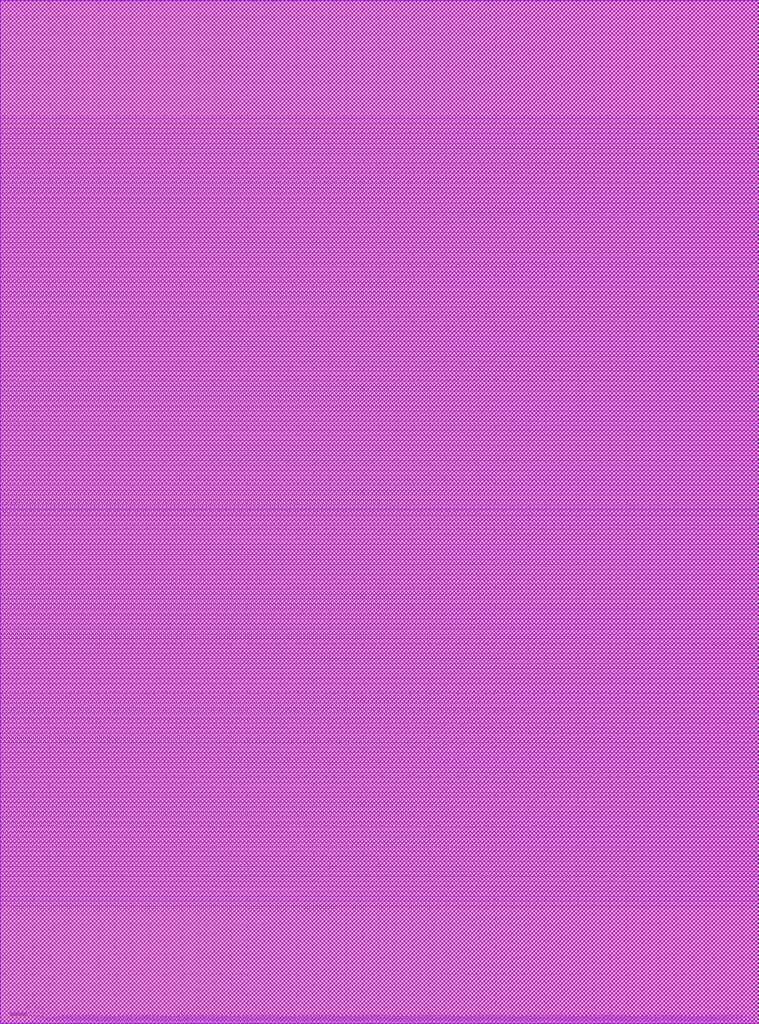
<source format=lef>
##
## LEF for PtnCells ;
## created by Innovus v15.23-s045_1 on Sat Mar 22 08:14:32 2025
##

VERSION 5.8 ;

BUSBITCHARS "[]" ;
DIVIDERCHAR "/" ;

MACRO core
  CLASS BLOCK ;
  SIZE 460.0000 BY 620.0000 ;
  FOREIGN core 0.0000 0.0000 ;
  ORIGIN 0 0 ;
  SYMMETRY X Y R90 ;
  PIN clk
    DIRECTION INPUT ;
    USE SIGNAL ;
    PORT
      LAYER M3 ;
        RECT 0.0000 307.7500 0.6000 307.8500 ;
    END
  END clk
  PIN sum_out[159]
    DIRECTION OUTPUT ;
    USE SIGNAL ;
    PORT
      LAYER M2 ;
        RECT 20.0500 0.0000 20.1500 0.6000 ;
    END
  END sum_out[159]
  PIN sum_out[158]
    DIRECTION OUTPUT ;
    USE SIGNAL ;
    PORT
      LAYER M2 ;
        RECT 22.6500 0.0000 22.7500 0.6000 ;
    END
  END sum_out[158]
  PIN sum_out[157]
    DIRECTION OUTPUT ;
    USE SIGNAL ;
    PORT
      LAYER M2 ;
        RECT 25.2500 0.0000 25.3500 0.6000 ;
    END
  END sum_out[157]
  PIN sum_out[156]
    DIRECTION OUTPUT ;
    USE SIGNAL ;
    PORT
      LAYER M2 ;
        RECT 27.8500 0.0000 27.9500 0.6000 ;
    END
  END sum_out[156]
  PIN sum_out[155]
    DIRECTION OUTPUT ;
    USE SIGNAL ;
    PORT
      LAYER M2 ;
        RECT 30.4500 0.0000 30.5500 0.6000 ;
    END
  END sum_out[155]
  PIN sum_out[154]
    DIRECTION OUTPUT ;
    USE SIGNAL ;
    PORT
      LAYER M2 ;
        RECT 33.0500 0.0000 33.1500 0.6000 ;
    END
  END sum_out[154]
  PIN sum_out[153]
    DIRECTION OUTPUT ;
    USE SIGNAL ;
    PORT
      LAYER M2 ;
        RECT 35.6500 0.0000 35.7500 0.6000 ;
    END
  END sum_out[153]
  PIN sum_out[152]
    DIRECTION OUTPUT ;
    USE SIGNAL ;
    PORT
      LAYER M2 ;
        RECT 38.2500 0.0000 38.3500 0.6000 ;
    END
  END sum_out[152]
  PIN sum_out[151]
    DIRECTION OUTPUT ;
    USE SIGNAL ;
    PORT
      LAYER M2 ;
        RECT 40.8500 0.0000 40.9500 0.6000 ;
    END
  END sum_out[151]
  PIN sum_out[150]
    DIRECTION OUTPUT ;
    USE SIGNAL ;
    PORT
      LAYER M2 ;
        RECT 43.4500 0.0000 43.5500 0.6000 ;
    END
  END sum_out[150]
  PIN sum_out[149]
    DIRECTION OUTPUT ;
    USE SIGNAL ;
    PORT
      LAYER M2 ;
        RECT 46.0500 0.0000 46.1500 0.6000 ;
    END
  END sum_out[149]
  PIN sum_out[148]
    DIRECTION OUTPUT ;
    USE SIGNAL ;
    PORT
      LAYER M2 ;
        RECT 48.6500 0.0000 48.7500 0.6000 ;
    END
  END sum_out[148]
  PIN sum_out[147]
    DIRECTION OUTPUT ;
    USE SIGNAL ;
    PORT
      LAYER M2 ;
        RECT 51.2500 0.0000 51.3500 0.6000 ;
    END
  END sum_out[147]
  PIN sum_out[146]
    DIRECTION OUTPUT ;
    USE SIGNAL ;
    PORT
      LAYER M2 ;
        RECT 53.8500 0.0000 53.9500 0.6000 ;
    END
  END sum_out[146]
  PIN sum_out[145]
    DIRECTION OUTPUT ;
    USE SIGNAL ;
    PORT
      LAYER M2 ;
        RECT 56.4500 0.0000 56.5500 0.6000 ;
    END
  END sum_out[145]
  PIN sum_out[144]
    DIRECTION OUTPUT ;
    USE SIGNAL ;
    PORT
      LAYER M2 ;
        RECT 59.0500 0.0000 59.1500 0.6000 ;
    END
  END sum_out[144]
  PIN sum_out[143]
    DIRECTION OUTPUT ;
    USE SIGNAL ;
    PORT
      LAYER M2 ;
        RECT 61.6500 0.0000 61.7500 0.6000 ;
    END
  END sum_out[143]
  PIN sum_out[142]
    DIRECTION OUTPUT ;
    USE SIGNAL ;
    PORT
      LAYER M2 ;
        RECT 64.2500 0.0000 64.3500 0.6000 ;
    END
  END sum_out[142]
  PIN sum_out[141]
    DIRECTION OUTPUT ;
    USE SIGNAL ;
    PORT
      LAYER M2 ;
        RECT 66.8500 0.0000 66.9500 0.6000 ;
    END
  END sum_out[141]
  PIN sum_out[140]
    DIRECTION OUTPUT ;
    USE SIGNAL ;
    PORT
      LAYER M2 ;
        RECT 69.4500 0.0000 69.5500 0.6000 ;
    END
  END sum_out[140]
  PIN sum_out[139]
    DIRECTION OUTPUT ;
    USE SIGNAL ;
    PORT
      LAYER M2 ;
        RECT 72.0500 0.0000 72.1500 0.6000 ;
    END
  END sum_out[139]
  PIN sum_out[138]
    DIRECTION OUTPUT ;
    USE SIGNAL ;
    PORT
      LAYER M2 ;
        RECT 74.6500 0.0000 74.7500 0.6000 ;
    END
  END sum_out[138]
  PIN sum_out[137]
    DIRECTION OUTPUT ;
    USE SIGNAL ;
    PORT
      LAYER M2 ;
        RECT 77.2500 0.0000 77.3500 0.6000 ;
    END
  END sum_out[137]
  PIN sum_out[136]
    DIRECTION OUTPUT ;
    USE SIGNAL ;
    PORT
      LAYER M2 ;
        RECT 79.8500 0.0000 79.9500 0.6000 ;
    END
  END sum_out[136]
  PIN sum_out[135]
    DIRECTION OUTPUT ;
    USE SIGNAL ;
    PORT
      LAYER M2 ;
        RECT 82.4500 0.0000 82.5500 0.6000 ;
    END
  END sum_out[135]
  PIN sum_out[134]
    DIRECTION OUTPUT ;
    USE SIGNAL ;
    PORT
      LAYER M2 ;
        RECT 85.0500 0.0000 85.1500 0.6000 ;
    END
  END sum_out[134]
  PIN sum_out[133]
    DIRECTION OUTPUT ;
    USE SIGNAL ;
    PORT
      LAYER M2 ;
        RECT 87.6500 0.0000 87.7500 0.6000 ;
    END
  END sum_out[133]
  PIN sum_out[132]
    DIRECTION OUTPUT ;
    USE SIGNAL ;
    PORT
      LAYER M2 ;
        RECT 90.2500 0.0000 90.3500 0.6000 ;
    END
  END sum_out[132]
  PIN sum_out[131]
    DIRECTION OUTPUT ;
    USE SIGNAL ;
    PORT
      LAYER M2 ;
        RECT 92.8500 0.0000 92.9500 0.6000 ;
    END
  END sum_out[131]
  PIN sum_out[130]
    DIRECTION OUTPUT ;
    USE SIGNAL ;
    PORT
      LAYER M2 ;
        RECT 95.4500 0.0000 95.5500 0.6000 ;
    END
  END sum_out[130]
  PIN sum_out[129]
    DIRECTION OUTPUT ;
    USE SIGNAL ;
    PORT
      LAYER M2 ;
        RECT 98.0500 0.0000 98.1500 0.6000 ;
    END
  END sum_out[129]
  PIN sum_out[128]
    DIRECTION OUTPUT ;
    USE SIGNAL ;
    PORT
      LAYER M2 ;
        RECT 100.6500 0.0000 100.7500 0.6000 ;
    END
  END sum_out[128]
  PIN sum_out[127]
    DIRECTION OUTPUT ;
    USE SIGNAL ;
    PORT
      LAYER M2 ;
        RECT 103.2500 0.0000 103.3500 0.6000 ;
    END
  END sum_out[127]
  PIN sum_out[126]
    DIRECTION OUTPUT ;
    USE SIGNAL ;
    PORT
      LAYER M2 ;
        RECT 105.8500 0.0000 105.9500 0.6000 ;
    END
  END sum_out[126]
  PIN sum_out[125]
    DIRECTION OUTPUT ;
    USE SIGNAL ;
    PORT
      LAYER M2 ;
        RECT 108.4500 0.0000 108.5500 0.6000 ;
    END
  END sum_out[125]
  PIN sum_out[124]
    DIRECTION OUTPUT ;
    USE SIGNAL ;
    PORT
      LAYER M2 ;
        RECT 111.0500 0.0000 111.1500 0.6000 ;
    END
  END sum_out[124]
  PIN sum_out[123]
    DIRECTION OUTPUT ;
    USE SIGNAL ;
    PORT
      LAYER M2 ;
        RECT 113.6500 0.0000 113.7500 0.6000 ;
    END
  END sum_out[123]
  PIN sum_out[122]
    DIRECTION OUTPUT ;
    USE SIGNAL ;
    PORT
      LAYER M2 ;
        RECT 116.2500 0.0000 116.3500 0.6000 ;
    END
  END sum_out[122]
  PIN sum_out[121]
    DIRECTION OUTPUT ;
    USE SIGNAL ;
    PORT
      LAYER M2 ;
        RECT 118.8500 0.0000 118.9500 0.6000 ;
    END
  END sum_out[121]
  PIN sum_out[120]
    DIRECTION OUTPUT ;
    USE SIGNAL ;
    PORT
      LAYER M2 ;
        RECT 121.4500 0.0000 121.5500 0.6000 ;
    END
  END sum_out[120]
  PIN sum_out[119]
    DIRECTION OUTPUT ;
    USE SIGNAL ;
    PORT
      LAYER M2 ;
        RECT 124.0500 0.0000 124.1500 0.6000 ;
    END
  END sum_out[119]
  PIN sum_out[118]
    DIRECTION OUTPUT ;
    USE SIGNAL ;
    PORT
      LAYER M2 ;
        RECT 126.6500 0.0000 126.7500 0.6000 ;
    END
  END sum_out[118]
  PIN sum_out[117]
    DIRECTION OUTPUT ;
    USE SIGNAL ;
    PORT
      LAYER M2 ;
        RECT 129.2500 0.0000 129.3500 0.6000 ;
    END
  END sum_out[117]
  PIN sum_out[116]
    DIRECTION OUTPUT ;
    USE SIGNAL ;
    PORT
      LAYER M2 ;
        RECT 131.8500 0.0000 131.9500 0.6000 ;
    END
  END sum_out[116]
  PIN sum_out[115]
    DIRECTION OUTPUT ;
    USE SIGNAL ;
    PORT
      LAYER M2 ;
        RECT 134.4500 0.0000 134.5500 0.6000 ;
    END
  END sum_out[115]
  PIN sum_out[114]
    DIRECTION OUTPUT ;
    USE SIGNAL ;
    PORT
      LAYER M2 ;
        RECT 137.0500 0.0000 137.1500 0.6000 ;
    END
  END sum_out[114]
  PIN sum_out[113]
    DIRECTION OUTPUT ;
    USE SIGNAL ;
    PORT
      LAYER M2 ;
        RECT 139.6500 0.0000 139.7500 0.6000 ;
    END
  END sum_out[113]
  PIN sum_out[112]
    DIRECTION OUTPUT ;
    USE SIGNAL ;
    PORT
      LAYER M2 ;
        RECT 142.2500 0.0000 142.3500 0.6000 ;
    END
  END sum_out[112]
  PIN sum_out[111]
    DIRECTION OUTPUT ;
    USE SIGNAL ;
    PORT
      LAYER M2 ;
        RECT 144.8500 0.0000 144.9500 0.6000 ;
    END
  END sum_out[111]
  PIN sum_out[110]
    DIRECTION OUTPUT ;
    USE SIGNAL ;
    PORT
      LAYER M2 ;
        RECT 147.4500 0.0000 147.5500 0.6000 ;
    END
  END sum_out[110]
  PIN sum_out[109]
    DIRECTION OUTPUT ;
    USE SIGNAL ;
    PORT
      LAYER M2 ;
        RECT 150.0500 0.0000 150.1500 0.6000 ;
    END
  END sum_out[109]
  PIN sum_out[108]
    DIRECTION OUTPUT ;
    USE SIGNAL ;
    PORT
      LAYER M2 ;
        RECT 152.6500 0.0000 152.7500 0.6000 ;
    END
  END sum_out[108]
  PIN sum_out[107]
    DIRECTION OUTPUT ;
    USE SIGNAL ;
    PORT
      LAYER M2 ;
        RECT 155.2500 0.0000 155.3500 0.6000 ;
    END
  END sum_out[107]
  PIN sum_out[106]
    DIRECTION OUTPUT ;
    USE SIGNAL ;
    PORT
      LAYER M2 ;
        RECT 157.8500 0.0000 157.9500 0.6000 ;
    END
  END sum_out[106]
  PIN sum_out[105]
    DIRECTION OUTPUT ;
    USE SIGNAL ;
    PORT
      LAYER M2 ;
        RECT 160.4500 0.0000 160.5500 0.6000 ;
    END
  END sum_out[105]
  PIN sum_out[104]
    DIRECTION OUTPUT ;
    USE SIGNAL ;
    PORT
      LAYER M2 ;
        RECT 163.0500 0.0000 163.1500 0.6000 ;
    END
  END sum_out[104]
  PIN sum_out[103]
    DIRECTION OUTPUT ;
    USE SIGNAL ;
    PORT
      LAYER M2 ;
        RECT 165.6500 0.0000 165.7500 0.6000 ;
    END
  END sum_out[103]
  PIN sum_out[102]
    DIRECTION OUTPUT ;
    USE SIGNAL ;
    PORT
      LAYER M2 ;
        RECT 168.2500 0.0000 168.3500 0.6000 ;
    END
  END sum_out[102]
  PIN sum_out[101]
    DIRECTION OUTPUT ;
    USE SIGNAL ;
    PORT
      LAYER M2 ;
        RECT 170.8500 0.0000 170.9500 0.6000 ;
    END
  END sum_out[101]
  PIN sum_out[100]
    DIRECTION OUTPUT ;
    USE SIGNAL ;
    PORT
      LAYER M2 ;
        RECT 173.4500 0.0000 173.5500 0.6000 ;
    END
  END sum_out[100]
  PIN sum_out[99]
    DIRECTION OUTPUT ;
    USE SIGNAL ;
    PORT
      LAYER M2 ;
        RECT 176.0500 0.0000 176.1500 0.6000 ;
    END
  END sum_out[99]
  PIN sum_out[98]
    DIRECTION OUTPUT ;
    USE SIGNAL ;
    PORT
      LAYER M2 ;
        RECT 178.6500 0.0000 178.7500 0.6000 ;
    END
  END sum_out[98]
  PIN sum_out[97]
    DIRECTION OUTPUT ;
    USE SIGNAL ;
    PORT
      LAYER M2 ;
        RECT 181.2500 0.0000 181.3500 0.6000 ;
    END
  END sum_out[97]
  PIN sum_out[96]
    DIRECTION OUTPUT ;
    USE SIGNAL ;
    PORT
      LAYER M2 ;
        RECT 183.8500 0.0000 183.9500 0.6000 ;
    END
  END sum_out[96]
  PIN sum_out[95]
    DIRECTION OUTPUT ;
    USE SIGNAL ;
    PORT
      LAYER M2 ;
        RECT 186.4500 0.0000 186.5500 0.6000 ;
    END
  END sum_out[95]
  PIN sum_out[94]
    DIRECTION OUTPUT ;
    USE SIGNAL ;
    PORT
      LAYER M2 ;
        RECT 189.0500 0.0000 189.1500 0.6000 ;
    END
  END sum_out[94]
  PIN sum_out[93]
    DIRECTION OUTPUT ;
    USE SIGNAL ;
    PORT
      LAYER M2 ;
        RECT 191.6500 0.0000 191.7500 0.6000 ;
    END
  END sum_out[93]
  PIN sum_out[92]
    DIRECTION OUTPUT ;
    USE SIGNAL ;
    PORT
      LAYER M2 ;
        RECT 194.2500 0.0000 194.3500 0.6000 ;
    END
  END sum_out[92]
  PIN sum_out[91]
    DIRECTION OUTPUT ;
    USE SIGNAL ;
    PORT
      LAYER M2 ;
        RECT 196.8500 0.0000 196.9500 0.6000 ;
    END
  END sum_out[91]
  PIN sum_out[90]
    DIRECTION OUTPUT ;
    USE SIGNAL ;
    PORT
      LAYER M2 ;
        RECT 199.4500 0.0000 199.5500 0.6000 ;
    END
  END sum_out[90]
  PIN sum_out[89]
    DIRECTION OUTPUT ;
    USE SIGNAL ;
    PORT
      LAYER M2 ;
        RECT 202.0500 0.0000 202.1500 0.6000 ;
    END
  END sum_out[89]
  PIN sum_out[88]
    DIRECTION OUTPUT ;
    USE SIGNAL ;
    PORT
      LAYER M2 ;
        RECT 204.6500 0.0000 204.7500 0.6000 ;
    END
  END sum_out[88]
  PIN sum_out[87]
    DIRECTION OUTPUT ;
    USE SIGNAL ;
    PORT
      LAYER M2 ;
        RECT 207.2500 0.0000 207.3500 0.6000 ;
    END
  END sum_out[87]
  PIN sum_out[86]
    DIRECTION OUTPUT ;
    USE SIGNAL ;
    PORT
      LAYER M2 ;
        RECT 209.8500 0.0000 209.9500 0.6000 ;
    END
  END sum_out[86]
  PIN sum_out[85]
    DIRECTION OUTPUT ;
    USE SIGNAL ;
    PORT
      LAYER M2 ;
        RECT 212.4500 0.0000 212.5500 0.6000 ;
    END
  END sum_out[85]
  PIN sum_out[84]
    DIRECTION OUTPUT ;
    USE SIGNAL ;
    PORT
      LAYER M2 ;
        RECT 215.0500 0.0000 215.1500 0.6000 ;
    END
  END sum_out[84]
  PIN sum_out[83]
    DIRECTION OUTPUT ;
    USE SIGNAL ;
    PORT
      LAYER M2 ;
        RECT 217.6500 0.0000 217.7500 0.6000 ;
    END
  END sum_out[83]
  PIN sum_out[82]
    DIRECTION OUTPUT ;
    USE SIGNAL ;
    PORT
      LAYER M2 ;
        RECT 220.2500 0.0000 220.3500 0.6000 ;
    END
  END sum_out[82]
  PIN sum_out[81]
    DIRECTION OUTPUT ;
    USE SIGNAL ;
    PORT
      LAYER M2 ;
        RECT 222.8500 0.0000 222.9500 0.6000 ;
    END
  END sum_out[81]
  PIN sum_out[80]
    DIRECTION OUTPUT ;
    USE SIGNAL ;
    PORT
      LAYER M2 ;
        RECT 225.4500 0.0000 225.5500 0.6000 ;
    END
  END sum_out[80]
  PIN sum_out[79]
    DIRECTION OUTPUT ;
    USE SIGNAL ;
    PORT
      LAYER M2 ;
        RECT 228.0500 0.0000 228.1500 0.6000 ;
    END
  END sum_out[79]
  PIN sum_out[78]
    DIRECTION OUTPUT ;
    USE SIGNAL ;
    PORT
      LAYER M2 ;
        RECT 230.6500 0.0000 230.7500 0.6000 ;
    END
  END sum_out[78]
  PIN sum_out[77]
    DIRECTION OUTPUT ;
    USE SIGNAL ;
    PORT
      LAYER M2 ;
        RECT 233.2500 0.0000 233.3500 0.6000 ;
    END
  END sum_out[77]
  PIN sum_out[76]
    DIRECTION OUTPUT ;
    USE SIGNAL ;
    PORT
      LAYER M2 ;
        RECT 235.8500 0.0000 235.9500 0.6000 ;
    END
  END sum_out[76]
  PIN sum_out[75]
    DIRECTION OUTPUT ;
    USE SIGNAL ;
    PORT
      LAYER M2 ;
        RECT 238.4500 0.0000 238.5500 0.6000 ;
    END
  END sum_out[75]
  PIN sum_out[74]
    DIRECTION OUTPUT ;
    USE SIGNAL ;
    PORT
      LAYER M2 ;
        RECT 241.0500 0.0000 241.1500 0.6000 ;
    END
  END sum_out[74]
  PIN sum_out[73]
    DIRECTION OUTPUT ;
    USE SIGNAL ;
    PORT
      LAYER M2 ;
        RECT 243.6500 0.0000 243.7500 0.6000 ;
    END
  END sum_out[73]
  PIN sum_out[72]
    DIRECTION OUTPUT ;
    USE SIGNAL ;
    PORT
      LAYER M2 ;
        RECT 246.2500 0.0000 246.3500 0.6000 ;
    END
  END sum_out[72]
  PIN sum_out[71]
    DIRECTION OUTPUT ;
    USE SIGNAL ;
    PORT
      LAYER M2 ;
        RECT 248.8500 0.0000 248.9500 0.6000 ;
    END
  END sum_out[71]
  PIN sum_out[70]
    DIRECTION OUTPUT ;
    USE SIGNAL ;
    PORT
      LAYER M2 ;
        RECT 251.4500 0.0000 251.5500 0.6000 ;
    END
  END sum_out[70]
  PIN sum_out[69]
    DIRECTION OUTPUT ;
    USE SIGNAL ;
    PORT
      LAYER M2 ;
        RECT 254.0500 0.0000 254.1500 0.6000 ;
    END
  END sum_out[69]
  PIN sum_out[68]
    DIRECTION OUTPUT ;
    USE SIGNAL ;
    PORT
      LAYER M2 ;
        RECT 256.6500 0.0000 256.7500 0.6000 ;
    END
  END sum_out[68]
  PIN sum_out[67]
    DIRECTION OUTPUT ;
    USE SIGNAL ;
    PORT
      LAYER M2 ;
        RECT 259.2500 0.0000 259.3500 0.6000 ;
    END
  END sum_out[67]
  PIN sum_out[66]
    DIRECTION OUTPUT ;
    USE SIGNAL ;
    PORT
      LAYER M2 ;
        RECT 261.8500 0.0000 261.9500 0.6000 ;
    END
  END sum_out[66]
  PIN sum_out[65]
    DIRECTION OUTPUT ;
    USE SIGNAL ;
    PORT
      LAYER M2 ;
        RECT 264.4500 0.0000 264.5500 0.6000 ;
    END
  END sum_out[65]
  PIN sum_out[64]
    DIRECTION OUTPUT ;
    USE SIGNAL ;
    PORT
      LAYER M2 ;
        RECT 267.0500 0.0000 267.1500 0.6000 ;
    END
  END sum_out[64]
  PIN sum_out[63]
    DIRECTION OUTPUT ;
    USE SIGNAL ;
    PORT
      LAYER M2 ;
        RECT 269.6500 0.0000 269.7500 0.6000 ;
    END
  END sum_out[63]
  PIN sum_out[62]
    DIRECTION OUTPUT ;
    USE SIGNAL ;
    PORT
      LAYER M2 ;
        RECT 272.2500 0.0000 272.3500 0.6000 ;
    END
  END sum_out[62]
  PIN sum_out[61]
    DIRECTION OUTPUT ;
    USE SIGNAL ;
    PORT
      LAYER M2 ;
        RECT 274.8500 0.0000 274.9500 0.6000 ;
    END
  END sum_out[61]
  PIN sum_out[60]
    DIRECTION OUTPUT ;
    USE SIGNAL ;
    PORT
      LAYER M2 ;
        RECT 277.4500 0.0000 277.5500 0.6000 ;
    END
  END sum_out[60]
  PIN sum_out[59]
    DIRECTION OUTPUT ;
    USE SIGNAL ;
    PORT
      LAYER M2 ;
        RECT 280.0500 0.0000 280.1500 0.6000 ;
    END
  END sum_out[59]
  PIN sum_out[58]
    DIRECTION OUTPUT ;
    USE SIGNAL ;
    PORT
      LAYER M2 ;
        RECT 282.6500 0.0000 282.7500 0.6000 ;
    END
  END sum_out[58]
  PIN sum_out[57]
    DIRECTION OUTPUT ;
    USE SIGNAL ;
    PORT
      LAYER M2 ;
        RECT 285.2500 0.0000 285.3500 0.6000 ;
    END
  END sum_out[57]
  PIN sum_out[56]
    DIRECTION OUTPUT ;
    USE SIGNAL ;
    PORT
      LAYER M2 ;
        RECT 287.8500 0.0000 287.9500 0.6000 ;
    END
  END sum_out[56]
  PIN sum_out[55]
    DIRECTION OUTPUT ;
    USE SIGNAL ;
    PORT
      LAYER M2 ;
        RECT 290.4500 0.0000 290.5500 0.6000 ;
    END
  END sum_out[55]
  PIN sum_out[54]
    DIRECTION OUTPUT ;
    USE SIGNAL ;
    PORT
      LAYER M2 ;
        RECT 293.0500 0.0000 293.1500 0.6000 ;
    END
  END sum_out[54]
  PIN sum_out[53]
    DIRECTION OUTPUT ;
    USE SIGNAL ;
    PORT
      LAYER M2 ;
        RECT 295.6500 0.0000 295.7500 0.6000 ;
    END
  END sum_out[53]
  PIN sum_out[52]
    DIRECTION OUTPUT ;
    USE SIGNAL ;
    PORT
      LAYER M2 ;
        RECT 298.2500 0.0000 298.3500 0.6000 ;
    END
  END sum_out[52]
  PIN sum_out[51]
    DIRECTION OUTPUT ;
    USE SIGNAL ;
    PORT
      LAYER M2 ;
        RECT 300.8500 0.0000 300.9500 0.6000 ;
    END
  END sum_out[51]
  PIN sum_out[50]
    DIRECTION OUTPUT ;
    USE SIGNAL ;
    PORT
      LAYER M2 ;
        RECT 303.4500 0.0000 303.5500 0.6000 ;
    END
  END sum_out[50]
  PIN sum_out[49]
    DIRECTION OUTPUT ;
    USE SIGNAL ;
    PORT
      LAYER M2 ;
        RECT 306.0500 0.0000 306.1500 0.6000 ;
    END
  END sum_out[49]
  PIN sum_out[48]
    DIRECTION OUTPUT ;
    USE SIGNAL ;
    PORT
      LAYER M2 ;
        RECT 308.6500 0.0000 308.7500 0.6000 ;
    END
  END sum_out[48]
  PIN sum_out[47]
    DIRECTION OUTPUT ;
    USE SIGNAL ;
    PORT
      LAYER M2 ;
        RECT 311.2500 0.0000 311.3500 0.6000 ;
    END
  END sum_out[47]
  PIN sum_out[46]
    DIRECTION OUTPUT ;
    USE SIGNAL ;
    PORT
      LAYER M2 ;
        RECT 313.8500 0.0000 313.9500 0.6000 ;
    END
  END sum_out[46]
  PIN sum_out[45]
    DIRECTION OUTPUT ;
    USE SIGNAL ;
    PORT
      LAYER M2 ;
        RECT 316.4500 0.0000 316.5500 0.6000 ;
    END
  END sum_out[45]
  PIN sum_out[44]
    DIRECTION OUTPUT ;
    USE SIGNAL ;
    PORT
      LAYER M2 ;
        RECT 319.0500 0.0000 319.1500 0.6000 ;
    END
  END sum_out[44]
  PIN sum_out[43]
    DIRECTION OUTPUT ;
    USE SIGNAL ;
    PORT
      LAYER M2 ;
        RECT 321.6500 0.0000 321.7500 0.6000 ;
    END
  END sum_out[43]
  PIN sum_out[42]
    DIRECTION OUTPUT ;
    USE SIGNAL ;
    PORT
      LAYER M2 ;
        RECT 324.2500 0.0000 324.3500 0.6000 ;
    END
  END sum_out[42]
  PIN sum_out[41]
    DIRECTION OUTPUT ;
    USE SIGNAL ;
    PORT
      LAYER M2 ;
        RECT 326.8500 0.0000 326.9500 0.6000 ;
    END
  END sum_out[41]
  PIN sum_out[40]
    DIRECTION OUTPUT ;
    USE SIGNAL ;
    PORT
      LAYER M2 ;
        RECT 329.4500 0.0000 329.5500 0.6000 ;
    END
  END sum_out[40]
  PIN sum_out[39]
    DIRECTION OUTPUT ;
    USE SIGNAL ;
    PORT
      LAYER M2 ;
        RECT 332.0500 0.0000 332.1500 0.6000 ;
    END
  END sum_out[39]
  PIN sum_out[38]
    DIRECTION OUTPUT ;
    USE SIGNAL ;
    PORT
      LAYER M2 ;
        RECT 334.6500 0.0000 334.7500 0.6000 ;
    END
  END sum_out[38]
  PIN sum_out[37]
    DIRECTION OUTPUT ;
    USE SIGNAL ;
    PORT
      LAYER M2 ;
        RECT 337.2500 0.0000 337.3500 0.6000 ;
    END
  END sum_out[37]
  PIN sum_out[36]
    DIRECTION OUTPUT ;
    USE SIGNAL ;
    PORT
      LAYER M2 ;
        RECT 339.8500 0.0000 339.9500 0.6000 ;
    END
  END sum_out[36]
  PIN sum_out[35]
    DIRECTION OUTPUT ;
    USE SIGNAL ;
    PORT
      LAYER M2 ;
        RECT 342.4500 0.0000 342.5500 0.6000 ;
    END
  END sum_out[35]
  PIN sum_out[34]
    DIRECTION OUTPUT ;
    USE SIGNAL ;
    PORT
      LAYER M2 ;
        RECT 345.0500 0.0000 345.1500 0.6000 ;
    END
  END sum_out[34]
  PIN sum_out[33]
    DIRECTION OUTPUT ;
    USE SIGNAL ;
    PORT
      LAYER M2 ;
        RECT 347.6500 0.0000 347.7500 0.6000 ;
    END
  END sum_out[33]
  PIN sum_out[32]
    DIRECTION OUTPUT ;
    USE SIGNAL ;
    PORT
      LAYER M2 ;
        RECT 350.2500 0.0000 350.3500 0.6000 ;
    END
  END sum_out[32]
  PIN sum_out[31]
    DIRECTION OUTPUT ;
    USE SIGNAL ;
    PORT
      LAYER M2 ;
        RECT 352.8500 0.0000 352.9500 0.6000 ;
    END
  END sum_out[31]
  PIN sum_out[30]
    DIRECTION OUTPUT ;
    USE SIGNAL ;
    PORT
      LAYER M2 ;
        RECT 355.4500 0.0000 355.5500 0.6000 ;
    END
  END sum_out[30]
  PIN sum_out[29]
    DIRECTION OUTPUT ;
    USE SIGNAL ;
    PORT
      LAYER M2 ;
        RECT 358.0500 0.0000 358.1500 0.6000 ;
    END
  END sum_out[29]
  PIN sum_out[28]
    DIRECTION OUTPUT ;
    USE SIGNAL ;
    PORT
      LAYER M2 ;
        RECT 360.6500 0.0000 360.7500 0.6000 ;
    END
  END sum_out[28]
  PIN sum_out[27]
    DIRECTION OUTPUT ;
    USE SIGNAL ;
    PORT
      LAYER M2 ;
        RECT 363.2500 0.0000 363.3500 0.6000 ;
    END
  END sum_out[27]
  PIN sum_out[26]
    DIRECTION OUTPUT ;
    USE SIGNAL ;
    PORT
      LAYER M2 ;
        RECT 365.8500 0.0000 365.9500 0.6000 ;
    END
  END sum_out[26]
  PIN sum_out[25]
    DIRECTION OUTPUT ;
    USE SIGNAL ;
    PORT
      LAYER M2 ;
        RECT 368.4500 0.0000 368.5500 0.6000 ;
    END
  END sum_out[25]
  PIN sum_out[24]
    DIRECTION OUTPUT ;
    USE SIGNAL ;
    PORT
      LAYER M2 ;
        RECT 371.0500 0.0000 371.1500 0.6000 ;
    END
  END sum_out[24]
  PIN sum_out[23]
    DIRECTION OUTPUT ;
    USE SIGNAL ;
    PORT
      LAYER M2 ;
        RECT 373.6500 0.0000 373.7500 0.6000 ;
    END
  END sum_out[23]
  PIN sum_out[22]
    DIRECTION OUTPUT ;
    USE SIGNAL ;
    PORT
      LAYER M2 ;
        RECT 376.2500 0.0000 376.3500 0.6000 ;
    END
  END sum_out[22]
  PIN sum_out[21]
    DIRECTION OUTPUT ;
    USE SIGNAL ;
    PORT
      LAYER M2 ;
        RECT 378.8500 0.0000 378.9500 0.6000 ;
    END
  END sum_out[21]
  PIN sum_out[20]
    DIRECTION OUTPUT ;
    USE SIGNAL ;
    PORT
      LAYER M2 ;
        RECT 381.4500 0.0000 381.5500 0.6000 ;
    END
  END sum_out[20]
  PIN sum_out[19]
    DIRECTION OUTPUT ;
    USE SIGNAL ;
    PORT
      LAYER M2 ;
        RECT 384.0500 0.0000 384.1500 0.6000 ;
    END
  END sum_out[19]
  PIN sum_out[18]
    DIRECTION OUTPUT ;
    USE SIGNAL ;
    PORT
      LAYER M2 ;
        RECT 386.6500 0.0000 386.7500 0.6000 ;
    END
  END sum_out[18]
  PIN sum_out[17]
    DIRECTION OUTPUT ;
    USE SIGNAL ;
    PORT
      LAYER M2 ;
        RECT 389.2500 0.0000 389.3500 0.6000 ;
    END
  END sum_out[17]
  PIN sum_out[16]
    DIRECTION OUTPUT ;
    USE SIGNAL ;
    PORT
      LAYER M2 ;
        RECT 391.8500 0.0000 391.9500 0.6000 ;
    END
  END sum_out[16]
  PIN sum_out[15]
    DIRECTION OUTPUT ;
    USE SIGNAL ;
    PORT
      LAYER M2 ;
        RECT 394.4500 0.0000 394.5500 0.6000 ;
    END
  END sum_out[15]
  PIN sum_out[14]
    DIRECTION OUTPUT ;
    USE SIGNAL ;
    PORT
      LAYER M2 ;
        RECT 397.0500 0.0000 397.1500 0.6000 ;
    END
  END sum_out[14]
  PIN sum_out[13]
    DIRECTION OUTPUT ;
    USE SIGNAL ;
    PORT
      LAYER M2 ;
        RECT 399.6500 0.0000 399.7500 0.6000 ;
    END
  END sum_out[13]
  PIN sum_out[12]
    DIRECTION OUTPUT ;
    USE SIGNAL ;
    PORT
      LAYER M2 ;
        RECT 402.2500 0.0000 402.3500 0.6000 ;
    END
  END sum_out[12]
  PIN sum_out[11]
    DIRECTION OUTPUT ;
    USE SIGNAL ;
    PORT
      LAYER M2 ;
        RECT 404.8500 0.0000 404.9500 0.6000 ;
    END
  END sum_out[11]
  PIN sum_out[10]
    DIRECTION OUTPUT ;
    USE SIGNAL ;
    PORT
      LAYER M2 ;
        RECT 407.4500 0.0000 407.5500 0.6000 ;
    END
  END sum_out[10]
  PIN sum_out[9]
    DIRECTION OUTPUT ;
    USE SIGNAL ;
    PORT
      LAYER M2 ;
        RECT 410.0500 0.0000 410.1500 0.6000 ;
    END
  END sum_out[9]
  PIN sum_out[8]
    DIRECTION OUTPUT ;
    USE SIGNAL ;
    PORT
      LAYER M2 ;
        RECT 412.6500 0.0000 412.7500 0.6000 ;
    END
  END sum_out[8]
  PIN sum_out[7]
    DIRECTION OUTPUT ;
    USE SIGNAL ;
    PORT
      LAYER M2 ;
        RECT 415.2500 0.0000 415.3500 0.6000 ;
    END
  END sum_out[7]
  PIN sum_out[6]
    DIRECTION OUTPUT ;
    USE SIGNAL ;
    PORT
      LAYER M2 ;
        RECT 417.8500 0.0000 417.9500 0.6000 ;
    END
  END sum_out[6]
  PIN sum_out[5]
    DIRECTION OUTPUT ;
    USE SIGNAL ;
    PORT
      LAYER M2 ;
        RECT 420.4500 0.0000 420.5500 0.6000 ;
    END
  END sum_out[5]
  PIN sum_out[4]
    DIRECTION OUTPUT ;
    USE SIGNAL ;
    PORT
      LAYER M2 ;
        RECT 423.0500 0.0000 423.1500 0.6000 ;
    END
  END sum_out[4]
  PIN sum_out[3]
    DIRECTION OUTPUT ;
    USE SIGNAL ;
    PORT
      LAYER M2 ;
        RECT 425.6500 0.0000 425.7500 0.6000 ;
    END
  END sum_out[3]
  PIN sum_out[2]
    DIRECTION OUTPUT ;
    USE SIGNAL ;
    PORT
      LAYER M2 ;
        RECT 428.2500 0.0000 428.3500 0.6000 ;
    END
  END sum_out[2]
  PIN sum_out[1]
    DIRECTION OUTPUT ;
    USE SIGNAL ;
    PORT
      LAYER M2 ;
        RECT 430.8500 0.0000 430.9500 0.6000 ;
    END
  END sum_out[1]
  PIN sum_out[0]
    DIRECTION OUTPUT ;
    USE SIGNAL ;
    PORT
      LAYER M2 ;
        RECT 433.4500 0.0000 433.5500 0.6000 ;
    END
  END sum_out[0]
  PIN mem_in[63]
    DIRECTION INPUT ;
    USE SIGNAL ;
    PORT
      LAYER M2 ;
        RECT 138.0500 619.4000 138.1500 620.0000 ;
    END
  END mem_in[63]
  PIN mem_in[62]
    DIRECTION INPUT ;
    USE SIGNAL ;
    PORT
      LAYER M2 ;
        RECT 142.0500 619.4000 142.1500 620.0000 ;
    END
  END mem_in[62]
  PIN mem_in[61]
    DIRECTION INPUT ;
    USE SIGNAL ;
    PORT
      LAYER M2 ;
        RECT 146.0500 619.4000 146.1500 620.0000 ;
    END
  END mem_in[61]
  PIN mem_in[60]
    DIRECTION INPUT ;
    USE SIGNAL ;
    PORT
      LAYER M2 ;
        RECT 150.0500 619.4000 150.1500 620.0000 ;
    END
  END mem_in[60]
  PIN mem_in[59]
    DIRECTION INPUT ;
    USE SIGNAL ;
    PORT
      LAYER M2 ;
        RECT 154.0500 619.4000 154.1500 620.0000 ;
    END
  END mem_in[59]
  PIN mem_in[58]
    DIRECTION INPUT ;
    USE SIGNAL ;
    PORT
      LAYER M2 ;
        RECT 158.0500 619.4000 158.1500 620.0000 ;
    END
  END mem_in[58]
  PIN mem_in[57]
    DIRECTION INPUT ;
    USE SIGNAL ;
    PORT
      LAYER M2 ;
        RECT 162.0500 619.4000 162.1500 620.0000 ;
    END
  END mem_in[57]
  PIN mem_in[56]
    DIRECTION INPUT ;
    USE SIGNAL ;
    PORT
      LAYER M2 ;
        RECT 166.0500 619.4000 166.1500 620.0000 ;
    END
  END mem_in[56]
  PIN mem_in[55]
    DIRECTION INPUT ;
    USE SIGNAL ;
    PORT
      LAYER M2 ;
        RECT 170.0500 619.4000 170.1500 620.0000 ;
    END
  END mem_in[55]
  PIN mem_in[54]
    DIRECTION INPUT ;
    USE SIGNAL ;
    PORT
      LAYER M2 ;
        RECT 174.0500 619.4000 174.1500 620.0000 ;
    END
  END mem_in[54]
  PIN mem_in[53]
    DIRECTION INPUT ;
    USE SIGNAL ;
    PORT
      LAYER M2 ;
        RECT 178.0500 619.4000 178.1500 620.0000 ;
    END
  END mem_in[53]
  PIN mem_in[52]
    DIRECTION INPUT ;
    USE SIGNAL ;
    PORT
      LAYER M2 ;
        RECT 182.0500 619.4000 182.1500 620.0000 ;
    END
  END mem_in[52]
  PIN mem_in[51]
    DIRECTION INPUT ;
    USE SIGNAL ;
    PORT
      LAYER M2 ;
        RECT 186.0500 619.4000 186.1500 620.0000 ;
    END
  END mem_in[51]
  PIN mem_in[50]
    DIRECTION INPUT ;
    USE SIGNAL ;
    PORT
      LAYER M2 ;
        RECT 190.0500 619.4000 190.1500 620.0000 ;
    END
  END mem_in[50]
  PIN mem_in[49]
    DIRECTION INPUT ;
    USE SIGNAL ;
    PORT
      LAYER M2 ;
        RECT 194.0500 619.4000 194.1500 620.0000 ;
    END
  END mem_in[49]
  PIN mem_in[48]
    DIRECTION INPUT ;
    USE SIGNAL ;
    PORT
      LAYER M2 ;
        RECT 198.0500 619.4000 198.1500 620.0000 ;
    END
  END mem_in[48]
  PIN mem_in[47]
    DIRECTION INPUT ;
    USE SIGNAL ;
    PORT
      LAYER M2 ;
        RECT 202.0500 619.4000 202.1500 620.0000 ;
    END
  END mem_in[47]
  PIN mem_in[46]
    DIRECTION INPUT ;
    USE SIGNAL ;
    PORT
      LAYER M2 ;
        RECT 206.0500 619.4000 206.1500 620.0000 ;
    END
  END mem_in[46]
  PIN mem_in[45]
    DIRECTION INPUT ;
    USE SIGNAL ;
    PORT
      LAYER M2 ;
        RECT 210.0500 619.4000 210.1500 620.0000 ;
    END
  END mem_in[45]
  PIN mem_in[44]
    DIRECTION INPUT ;
    USE SIGNAL ;
    PORT
      LAYER M2 ;
        RECT 214.0500 619.4000 214.1500 620.0000 ;
    END
  END mem_in[44]
  PIN mem_in[43]
    DIRECTION INPUT ;
    USE SIGNAL ;
    PORT
      LAYER M2 ;
        RECT 218.0500 619.4000 218.1500 620.0000 ;
    END
  END mem_in[43]
  PIN mem_in[42]
    DIRECTION INPUT ;
    USE SIGNAL ;
    PORT
      LAYER M2 ;
        RECT 222.0500 619.4000 222.1500 620.0000 ;
    END
  END mem_in[42]
  PIN mem_in[41]
    DIRECTION INPUT ;
    USE SIGNAL ;
    PORT
      LAYER M2 ;
        RECT 226.0500 619.4000 226.1500 620.0000 ;
    END
  END mem_in[41]
  PIN mem_in[40]
    DIRECTION INPUT ;
    USE SIGNAL ;
    PORT
      LAYER M2 ;
        RECT 230.0500 619.4000 230.1500 620.0000 ;
    END
  END mem_in[40]
  PIN mem_in[39]
    DIRECTION INPUT ;
    USE SIGNAL ;
    PORT
      LAYER M2 ;
        RECT 234.0500 619.4000 234.1500 620.0000 ;
    END
  END mem_in[39]
  PIN mem_in[38]
    DIRECTION INPUT ;
    USE SIGNAL ;
    PORT
      LAYER M2 ;
        RECT 238.0500 619.4000 238.1500 620.0000 ;
    END
  END mem_in[38]
  PIN mem_in[37]
    DIRECTION INPUT ;
    USE SIGNAL ;
    PORT
      LAYER M2 ;
        RECT 242.0500 619.4000 242.1500 620.0000 ;
    END
  END mem_in[37]
  PIN mem_in[36]
    DIRECTION INPUT ;
    USE SIGNAL ;
    PORT
      LAYER M2 ;
        RECT 246.0500 619.4000 246.1500 620.0000 ;
    END
  END mem_in[36]
  PIN mem_in[35]
    DIRECTION INPUT ;
    USE SIGNAL ;
    PORT
      LAYER M2 ;
        RECT 250.0500 619.4000 250.1500 620.0000 ;
    END
  END mem_in[35]
  PIN mem_in[34]
    DIRECTION INPUT ;
    USE SIGNAL ;
    PORT
      LAYER M2 ;
        RECT 254.0500 619.4000 254.1500 620.0000 ;
    END
  END mem_in[34]
  PIN mem_in[33]
    DIRECTION INPUT ;
    USE SIGNAL ;
    PORT
      LAYER M2 ;
        RECT 258.0500 619.4000 258.1500 620.0000 ;
    END
  END mem_in[33]
  PIN mem_in[32]
    DIRECTION INPUT ;
    USE SIGNAL ;
    PORT
      LAYER M2 ;
        RECT 262.0500 619.4000 262.1500 620.0000 ;
    END
  END mem_in[32]
  PIN mem_in[31]
    DIRECTION INPUT ;
    USE SIGNAL ;
    PORT
      LAYER M2 ;
        RECT 266.0500 619.4000 266.1500 620.0000 ;
    END
  END mem_in[31]
  PIN mem_in[30]
    DIRECTION INPUT ;
    USE SIGNAL ;
    PORT
      LAYER M2 ;
        RECT 270.0500 619.4000 270.1500 620.0000 ;
    END
  END mem_in[30]
  PIN mem_in[29]
    DIRECTION INPUT ;
    USE SIGNAL ;
    PORT
      LAYER M2 ;
        RECT 274.0500 619.4000 274.1500 620.0000 ;
    END
  END mem_in[29]
  PIN mem_in[28]
    DIRECTION INPUT ;
    USE SIGNAL ;
    PORT
      LAYER M2 ;
        RECT 278.0500 619.4000 278.1500 620.0000 ;
    END
  END mem_in[28]
  PIN mem_in[27]
    DIRECTION INPUT ;
    USE SIGNAL ;
    PORT
      LAYER M2 ;
        RECT 282.0500 619.4000 282.1500 620.0000 ;
    END
  END mem_in[27]
  PIN mem_in[26]
    DIRECTION INPUT ;
    USE SIGNAL ;
    PORT
      LAYER M2 ;
        RECT 286.0500 619.4000 286.1500 620.0000 ;
    END
  END mem_in[26]
  PIN mem_in[25]
    DIRECTION INPUT ;
    USE SIGNAL ;
    PORT
      LAYER M2 ;
        RECT 290.0500 619.4000 290.1500 620.0000 ;
    END
  END mem_in[25]
  PIN mem_in[24]
    DIRECTION INPUT ;
    USE SIGNAL ;
    PORT
      LAYER M2 ;
        RECT 294.0500 619.4000 294.1500 620.0000 ;
    END
  END mem_in[24]
  PIN mem_in[23]
    DIRECTION INPUT ;
    USE SIGNAL ;
    PORT
      LAYER M2 ;
        RECT 298.0500 619.4000 298.1500 620.0000 ;
    END
  END mem_in[23]
  PIN mem_in[22]
    DIRECTION INPUT ;
    USE SIGNAL ;
    PORT
      LAYER M2 ;
        RECT 302.0500 619.4000 302.1500 620.0000 ;
    END
  END mem_in[22]
  PIN mem_in[21]
    DIRECTION INPUT ;
    USE SIGNAL ;
    PORT
      LAYER M2 ;
        RECT 306.0500 619.4000 306.1500 620.0000 ;
    END
  END mem_in[21]
  PIN mem_in[20]
    DIRECTION INPUT ;
    USE SIGNAL ;
    PORT
      LAYER M2 ;
        RECT 310.0500 619.4000 310.1500 620.0000 ;
    END
  END mem_in[20]
  PIN mem_in[19]
    DIRECTION INPUT ;
    USE SIGNAL ;
    PORT
      LAYER M2 ;
        RECT 314.0500 619.4000 314.1500 620.0000 ;
    END
  END mem_in[19]
  PIN mem_in[18]
    DIRECTION INPUT ;
    USE SIGNAL ;
    PORT
      LAYER M2 ;
        RECT 318.0500 619.4000 318.1500 620.0000 ;
    END
  END mem_in[18]
  PIN mem_in[17]
    DIRECTION INPUT ;
    USE SIGNAL ;
    PORT
      LAYER M2 ;
        RECT 322.0500 619.4000 322.1500 620.0000 ;
    END
  END mem_in[17]
  PIN mem_in[16]
    DIRECTION INPUT ;
    USE SIGNAL ;
    PORT
      LAYER M2 ;
        RECT 326.0500 619.4000 326.1500 620.0000 ;
    END
  END mem_in[16]
  PIN mem_in[15]
    DIRECTION INPUT ;
    USE SIGNAL ;
    PORT
      LAYER M2 ;
        RECT 330.0500 619.4000 330.1500 620.0000 ;
    END
  END mem_in[15]
  PIN mem_in[14]
    DIRECTION INPUT ;
    USE SIGNAL ;
    PORT
      LAYER M2 ;
        RECT 334.0500 619.4000 334.1500 620.0000 ;
    END
  END mem_in[14]
  PIN mem_in[13]
    DIRECTION INPUT ;
    USE SIGNAL ;
    PORT
      LAYER M2 ;
        RECT 338.0500 619.4000 338.1500 620.0000 ;
    END
  END mem_in[13]
  PIN mem_in[12]
    DIRECTION INPUT ;
    USE SIGNAL ;
    PORT
      LAYER M2 ;
        RECT 342.0500 619.4000 342.1500 620.0000 ;
    END
  END mem_in[12]
  PIN mem_in[11]
    DIRECTION INPUT ;
    USE SIGNAL ;
    PORT
      LAYER M2 ;
        RECT 346.0500 619.4000 346.1500 620.0000 ;
    END
  END mem_in[11]
  PIN mem_in[10]
    DIRECTION INPUT ;
    USE SIGNAL ;
    PORT
      LAYER M2 ;
        RECT 350.0500 619.4000 350.1500 620.0000 ;
    END
  END mem_in[10]
  PIN mem_in[9]
    DIRECTION INPUT ;
    USE SIGNAL ;
    PORT
      LAYER M2 ;
        RECT 354.0500 619.4000 354.1500 620.0000 ;
    END
  END mem_in[9]
  PIN mem_in[8]
    DIRECTION INPUT ;
    USE SIGNAL ;
    PORT
      LAYER M2 ;
        RECT 358.0500 619.4000 358.1500 620.0000 ;
    END
  END mem_in[8]
  PIN mem_in[7]
    DIRECTION INPUT ;
    USE SIGNAL ;
    PORT
      LAYER M2 ;
        RECT 362.0500 619.4000 362.1500 620.0000 ;
    END
  END mem_in[7]
  PIN mem_in[6]
    DIRECTION INPUT ;
    USE SIGNAL ;
    PORT
      LAYER M2 ;
        RECT 366.0500 619.4000 366.1500 620.0000 ;
    END
  END mem_in[6]
  PIN mem_in[5]
    DIRECTION INPUT ;
    USE SIGNAL ;
    PORT
      LAYER M2 ;
        RECT 370.0500 619.4000 370.1500 620.0000 ;
    END
  END mem_in[5]
  PIN mem_in[4]
    DIRECTION INPUT ;
    USE SIGNAL ;
    PORT
      LAYER M2 ;
        RECT 374.0500 619.4000 374.1500 620.0000 ;
    END
  END mem_in[4]
  PIN mem_in[3]
    DIRECTION INPUT ;
    USE SIGNAL ;
    PORT
      LAYER M2 ;
        RECT 378.0500 619.4000 378.1500 620.0000 ;
    END
  END mem_in[3]
  PIN mem_in[2]
    DIRECTION INPUT ;
    USE SIGNAL ;
    PORT
      LAYER M2 ;
        RECT 382.0500 619.4000 382.1500 620.0000 ;
    END
  END mem_in[2]
  PIN mem_in[1]
    DIRECTION INPUT ;
    USE SIGNAL ;
    PORT
      LAYER M2 ;
        RECT 386.0500 619.4000 386.1500 620.0000 ;
    END
  END mem_in[1]
  PIN mem_in[0]
    DIRECTION INPUT ;
    USE SIGNAL ;
    PORT
      LAYER M2 ;
        RECT 390.0500 619.4000 390.1500 620.0000 ;
    END
  END mem_in[0]
  PIN out[159]
    DIRECTION OUTPUT ;
    USE SIGNAL ;
    PORT
      LAYER M3 ;
        RECT 459.4000 71.1500 460.0000 71.2500 ;
    END
  END out[159]
  PIN out[158]
    DIRECTION OUTPUT ;
    USE SIGNAL ;
    PORT
      LAYER M3 ;
        RECT 459.4000 74.1500 460.0000 74.2500 ;
    END
  END out[158]
  PIN out[157]
    DIRECTION OUTPUT ;
    USE SIGNAL ;
    PORT
      LAYER M3 ;
        RECT 459.4000 77.1500 460.0000 77.2500 ;
    END
  END out[157]
  PIN out[156]
    DIRECTION OUTPUT ;
    USE SIGNAL ;
    PORT
      LAYER M3 ;
        RECT 459.4000 80.1500 460.0000 80.2500 ;
    END
  END out[156]
  PIN out[155]
    DIRECTION OUTPUT ;
    USE SIGNAL ;
    PORT
      LAYER M3 ;
        RECT 459.4000 83.1500 460.0000 83.2500 ;
    END
  END out[155]
  PIN out[154]
    DIRECTION OUTPUT ;
    USE SIGNAL ;
    PORT
      LAYER M3 ;
        RECT 459.4000 86.1500 460.0000 86.2500 ;
    END
  END out[154]
  PIN out[153]
    DIRECTION OUTPUT ;
    USE SIGNAL ;
    PORT
      LAYER M3 ;
        RECT 459.4000 89.1500 460.0000 89.2500 ;
    END
  END out[153]
  PIN out[152]
    DIRECTION OUTPUT ;
    USE SIGNAL ;
    PORT
      LAYER M3 ;
        RECT 459.4000 92.1500 460.0000 92.2500 ;
    END
  END out[152]
  PIN out[151]
    DIRECTION OUTPUT ;
    USE SIGNAL ;
    PORT
      LAYER M3 ;
        RECT 459.4000 95.1500 460.0000 95.2500 ;
    END
  END out[151]
  PIN out[150]
    DIRECTION OUTPUT ;
    USE SIGNAL ;
    PORT
      LAYER M3 ;
        RECT 459.4000 98.1500 460.0000 98.2500 ;
    END
  END out[150]
  PIN out[149]
    DIRECTION OUTPUT ;
    USE SIGNAL ;
    PORT
      LAYER M3 ;
        RECT 459.4000 101.1500 460.0000 101.2500 ;
    END
  END out[149]
  PIN out[148]
    DIRECTION OUTPUT ;
    USE SIGNAL ;
    PORT
      LAYER M3 ;
        RECT 459.4000 104.1500 460.0000 104.2500 ;
    END
  END out[148]
  PIN out[147]
    DIRECTION OUTPUT ;
    USE SIGNAL ;
    PORT
      LAYER M3 ;
        RECT 459.4000 107.1500 460.0000 107.2500 ;
    END
  END out[147]
  PIN out[146]
    DIRECTION OUTPUT ;
    USE SIGNAL ;
    PORT
      LAYER M3 ;
        RECT 459.4000 110.1500 460.0000 110.2500 ;
    END
  END out[146]
  PIN out[145]
    DIRECTION OUTPUT ;
    USE SIGNAL ;
    PORT
      LAYER M3 ;
        RECT 459.4000 113.1500 460.0000 113.2500 ;
    END
  END out[145]
  PIN out[144]
    DIRECTION OUTPUT ;
    USE SIGNAL ;
    PORT
      LAYER M3 ;
        RECT 459.4000 116.1500 460.0000 116.2500 ;
    END
  END out[144]
  PIN out[143]
    DIRECTION OUTPUT ;
    USE SIGNAL ;
    PORT
      LAYER M3 ;
        RECT 459.4000 119.1500 460.0000 119.2500 ;
    END
  END out[143]
  PIN out[142]
    DIRECTION OUTPUT ;
    USE SIGNAL ;
    PORT
      LAYER M3 ;
        RECT 459.4000 122.1500 460.0000 122.2500 ;
    END
  END out[142]
  PIN out[141]
    DIRECTION OUTPUT ;
    USE SIGNAL ;
    PORT
      LAYER M3 ;
        RECT 459.4000 125.1500 460.0000 125.2500 ;
    END
  END out[141]
  PIN out[140]
    DIRECTION OUTPUT ;
    USE SIGNAL ;
    PORT
      LAYER M3 ;
        RECT 459.4000 128.1500 460.0000 128.2500 ;
    END
  END out[140]
  PIN out[139]
    DIRECTION OUTPUT ;
    USE SIGNAL ;
    PORT
      LAYER M3 ;
        RECT 459.4000 131.1500 460.0000 131.2500 ;
    END
  END out[139]
  PIN out[138]
    DIRECTION OUTPUT ;
    USE SIGNAL ;
    PORT
      LAYER M3 ;
        RECT 459.4000 134.1500 460.0000 134.2500 ;
    END
  END out[138]
  PIN out[137]
    DIRECTION OUTPUT ;
    USE SIGNAL ;
    PORT
      LAYER M3 ;
        RECT 459.4000 137.1500 460.0000 137.2500 ;
    END
  END out[137]
  PIN out[136]
    DIRECTION OUTPUT ;
    USE SIGNAL ;
    PORT
      LAYER M3 ;
        RECT 459.4000 140.1500 460.0000 140.2500 ;
    END
  END out[136]
  PIN out[135]
    DIRECTION OUTPUT ;
    USE SIGNAL ;
    PORT
      LAYER M3 ;
        RECT 459.4000 143.1500 460.0000 143.2500 ;
    END
  END out[135]
  PIN out[134]
    DIRECTION OUTPUT ;
    USE SIGNAL ;
    PORT
      LAYER M3 ;
        RECT 459.4000 146.1500 460.0000 146.2500 ;
    END
  END out[134]
  PIN out[133]
    DIRECTION OUTPUT ;
    USE SIGNAL ;
    PORT
      LAYER M3 ;
        RECT 459.4000 149.1500 460.0000 149.2500 ;
    END
  END out[133]
  PIN out[132]
    DIRECTION OUTPUT ;
    USE SIGNAL ;
    PORT
      LAYER M3 ;
        RECT 459.4000 152.1500 460.0000 152.2500 ;
    END
  END out[132]
  PIN out[131]
    DIRECTION OUTPUT ;
    USE SIGNAL ;
    PORT
      LAYER M3 ;
        RECT 459.4000 155.1500 460.0000 155.2500 ;
    END
  END out[131]
  PIN out[130]
    DIRECTION OUTPUT ;
    USE SIGNAL ;
    PORT
      LAYER M3 ;
        RECT 459.4000 158.1500 460.0000 158.2500 ;
    END
  END out[130]
  PIN out[129]
    DIRECTION OUTPUT ;
    USE SIGNAL ;
    PORT
      LAYER M3 ;
        RECT 459.4000 161.1500 460.0000 161.2500 ;
    END
  END out[129]
  PIN out[128]
    DIRECTION OUTPUT ;
    USE SIGNAL ;
    PORT
      LAYER M3 ;
        RECT 459.4000 164.1500 460.0000 164.2500 ;
    END
  END out[128]
  PIN out[127]
    DIRECTION OUTPUT ;
    USE SIGNAL ;
    PORT
      LAYER M3 ;
        RECT 459.4000 167.1500 460.0000 167.2500 ;
    END
  END out[127]
  PIN out[126]
    DIRECTION OUTPUT ;
    USE SIGNAL ;
    PORT
      LAYER M3 ;
        RECT 459.4000 170.1500 460.0000 170.2500 ;
    END
  END out[126]
  PIN out[125]
    DIRECTION OUTPUT ;
    USE SIGNAL ;
    PORT
      LAYER M3 ;
        RECT 459.4000 173.1500 460.0000 173.2500 ;
    END
  END out[125]
  PIN out[124]
    DIRECTION OUTPUT ;
    USE SIGNAL ;
    PORT
      LAYER M3 ;
        RECT 459.4000 176.1500 460.0000 176.2500 ;
    END
  END out[124]
  PIN out[123]
    DIRECTION OUTPUT ;
    USE SIGNAL ;
    PORT
      LAYER M3 ;
        RECT 459.4000 179.1500 460.0000 179.2500 ;
    END
  END out[123]
  PIN out[122]
    DIRECTION OUTPUT ;
    USE SIGNAL ;
    PORT
      LAYER M3 ;
        RECT 459.4000 182.1500 460.0000 182.2500 ;
    END
  END out[122]
  PIN out[121]
    DIRECTION OUTPUT ;
    USE SIGNAL ;
    PORT
      LAYER M3 ;
        RECT 459.4000 185.1500 460.0000 185.2500 ;
    END
  END out[121]
  PIN out[120]
    DIRECTION OUTPUT ;
    USE SIGNAL ;
    PORT
      LAYER M3 ;
        RECT 459.4000 188.1500 460.0000 188.2500 ;
    END
  END out[120]
  PIN out[119]
    DIRECTION OUTPUT ;
    USE SIGNAL ;
    PORT
      LAYER M3 ;
        RECT 459.4000 191.1500 460.0000 191.2500 ;
    END
  END out[119]
  PIN out[118]
    DIRECTION OUTPUT ;
    USE SIGNAL ;
    PORT
      LAYER M3 ;
        RECT 459.4000 194.1500 460.0000 194.2500 ;
    END
  END out[118]
  PIN out[117]
    DIRECTION OUTPUT ;
    USE SIGNAL ;
    PORT
      LAYER M3 ;
        RECT 459.4000 197.1500 460.0000 197.2500 ;
    END
  END out[117]
  PIN out[116]
    DIRECTION OUTPUT ;
    USE SIGNAL ;
    PORT
      LAYER M3 ;
        RECT 459.4000 200.1500 460.0000 200.2500 ;
    END
  END out[116]
  PIN out[115]
    DIRECTION OUTPUT ;
    USE SIGNAL ;
    PORT
      LAYER M3 ;
        RECT 459.4000 203.1500 460.0000 203.2500 ;
    END
  END out[115]
  PIN out[114]
    DIRECTION OUTPUT ;
    USE SIGNAL ;
    PORT
      LAYER M3 ;
        RECT 459.4000 206.1500 460.0000 206.2500 ;
    END
  END out[114]
  PIN out[113]
    DIRECTION OUTPUT ;
    USE SIGNAL ;
    PORT
      LAYER M3 ;
        RECT 459.4000 209.1500 460.0000 209.2500 ;
    END
  END out[113]
  PIN out[112]
    DIRECTION OUTPUT ;
    USE SIGNAL ;
    PORT
      LAYER M3 ;
        RECT 459.4000 212.1500 460.0000 212.2500 ;
    END
  END out[112]
  PIN out[111]
    DIRECTION OUTPUT ;
    USE SIGNAL ;
    PORT
      LAYER M3 ;
        RECT 459.4000 215.1500 460.0000 215.2500 ;
    END
  END out[111]
  PIN out[110]
    DIRECTION OUTPUT ;
    USE SIGNAL ;
    PORT
      LAYER M3 ;
        RECT 459.4000 218.1500 460.0000 218.2500 ;
    END
  END out[110]
  PIN out[109]
    DIRECTION OUTPUT ;
    USE SIGNAL ;
    PORT
      LAYER M3 ;
        RECT 459.4000 221.1500 460.0000 221.2500 ;
    END
  END out[109]
  PIN out[108]
    DIRECTION OUTPUT ;
    USE SIGNAL ;
    PORT
      LAYER M3 ;
        RECT 459.4000 224.1500 460.0000 224.2500 ;
    END
  END out[108]
  PIN out[107]
    DIRECTION OUTPUT ;
    USE SIGNAL ;
    PORT
      LAYER M3 ;
        RECT 459.4000 227.1500 460.0000 227.2500 ;
    END
  END out[107]
  PIN out[106]
    DIRECTION OUTPUT ;
    USE SIGNAL ;
    PORT
      LAYER M3 ;
        RECT 459.4000 230.1500 460.0000 230.2500 ;
    END
  END out[106]
  PIN out[105]
    DIRECTION OUTPUT ;
    USE SIGNAL ;
    PORT
      LAYER M3 ;
        RECT 459.4000 233.1500 460.0000 233.2500 ;
    END
  END out[105]
  PIN out[104]
    DIRECTION OUTPUT ;
    USE SIGNAL ;
    PORT
      LAYER M3 ;
        RECT 459.4000 236.1500 460.0000 236.2500 ;
    END
  END out[104]
  PIN out[103]
    DIRECTION OUTPUT ;
    USE SIGNAL ;
    PORT
      LAYER M3 ;
        RECT 459.4000 239.1500 460.0000 239.2500 ;
    END
  END out[103]
  PIN out[102]
    DIRECTION OUTPUT ;
    USE SIGNAL ;
    PORT
      LAYER M3 ;
        RECT 459.4000 242.1500 460.0000 242.2500 ;
    END
  END out[102]
  PIN out[101]
    DIRECTION OUTPUT ;
    USE SIGNAL ;
    PORT
      LAYER M3 ;
        RECT 459.4000 245.1500 460.0000 245.2500 ;
    END
  END out[101]
  PIN out[100]
    DIRECTION OUTPUT ;
    USE SIGNAL ;
    PORT
      LAYER M3 ;
        RECT 459.4000 248.1500 460.0000 248.2500 ;
    END
  END out[100]
  PIN out[99]
    DIRECTION OUTPUT ;
    USE SIGNAL ;
    PORT
      LAYER M3 ;
        RECT 459.4000 251.1500 460.0000 251.2500 ;
    END
  END out[99]
  PIN out[98]
    DIRECTION OUTPUT ;
    USE SIGNAL ;
    PORT
      LAYER M3 ;
        RECT 459.4000 254.1500 460.0000 254.2500 ;
    END
  END out[98]
  PIN out[97]
    DIRECTION OUTPUT ;
    USE SIGNAL ;
    PORT
      LAYER M3 ;
        RECT 459.4000 257.1500 460.0000 257.2500 ;
    END
  END out[97]
  PIN out[96]
    DIRECTION OUTPUT ;
    USE SIGNAL ;
    PORT
      LAYER M3 ;
        RECT 459.4000 260.1500 460.0000 260.2500 ;
    END
  END out[96]
  PIN out[95]
    DIRECTION OUTPUT ;
    USE SIGNAL ;
    PORT
      LAYER M3 ;
        RECT 459.4000 263.1500 460.0000 263.2500 ;
    END
  END out[95]
  PIN out[94]
    DIRECTION OUTPUT ;
    USE SIGNAL ;
    PORT
      LAYER M3 ;
        RECT 459.4000 266.1500 460.0000 266.2500 ;
    END
  END out[94]
  PIN out[93]
    DIRECTION OUTPUT ;
    USE SIGNAL ;
    PORT
      LAYER M3 ;
        RECT 459.4000 269.1500 460.0000 269.2500 ;
    END
  END out[93]
  PIN out[92]
    DIRECTION OUTPUT ;
    USE SIGNAL ;
    PORT
      LAYER M3 ;
        RECT 459.4000 272.1500 460.0000 272.2500 ;
    END
  END out[92]
  PIN out[91]
    DIRECTION OUTPUT ;
    USE SIGNAL ;
    PORT
      LAYER M3 ;
        RECT 459.4000 275.1500 460.0000 275.2500 ;
    END
  END out[91]
  PIN out[90]
    DIRECTION OUTPUT ;
    USE SIGNAL ;
    PORT
      LAYER M3 ;
        RECT 459.4000 278.1500 460.0000 278.2500 ;
    END
  END out[90]
  PIN out[89]
    DIRECTION OUTPUT ;
    USE SIGNAL ;
    PORT
      LAYER M3 ;
        RECT 459.4000 281.1500 460.0000 281.2500 ;
    END
  END out[89]
  PIN out[88]
    DIRECTION OUTPUT ;
    USE SIGNAL ;
    PORT
      LAYER M3 ;
        RECT 459.4000 284.1500 460.0000 284.2500 ;
    END
  END out[88]
  PIN out[87]
    DIRECTION OUTPUT ;
    USE SIGNAL ;
    PORT
      LAYER M3 ;
        RECT 459.4000 287.1500 460.0000 287.2500 ;
    END
  END out[87]
  PIN out[86]
    DIRECTION OUTPUT ;
    USE SIGNAL ;
    PORT
      LAYER M3 ;
        RECT 459.4000 290.1500 460.0000 290.2500 ;
    END
  END out[86]
  PIN out[85]
    DIRECTION OUTPUT ;
    USE SIGNAL ;
    PORT
      LAYER M3 ;
        RECT 459.4000 293.1500 460.0000 293.2500 ;
    END
  END out[85]
  PIN out[84]
    DIRECTION OUTPUT ;
    USE SIGNAL ;
    PORT
      LAYER M3 ;
        RECT 459.4000 296.1500 460.0000 296.2500 ;
    END
  END out[84]
  PIN out[83]
    DIRECTION OUTPUT ;
    USE SIGNAL ;
    PORT
      LAYER M3 ;
        RECT 459.4000 299.1500 460.0000 299.2500 ;
    END
  END out[83]
  PIN out[82]
    DIRECTION OUTPUT ;
    USE SIGNAL ;
    PORT
      LAYER M3 ;
        RECT 459.4000 302.1500 460.0000 302.2500 ;
    END
  END out[82]
  PIN out[81]
    DIRECTION OUTPUT ;
    USE SIGNAL ;
    PORT
      LAYER M3 ;
        RECT 459.4000 305.1500 460.0000 305.2500 ;
    END
  END out[81]
  PIN out[80]
    DIRECTION OUTPUT ;
    USE SIGNAL ;
    PORT
      LAYER M3 ;
        RECT 459.4000 308.1500 460.0000 308.2500 ;
    END
  END out[80]
  PIN out[79]
    DIRECTION OUTPUT ;
    USE SIGNAL ;
    PORT
      LAYER M3 ;
        RECT 459.4000 311.1500 460.0000 311.2500 ;
    END
  END out[79]
  PIN out[78]
    DIRECTION OUTPUT ;
    USE SIGNAL ;
    PORT
      LAYER M3 ;
        RECT 459.4000 314.1500 460.0000 314.2500 ;
    END
  END out[78]
  PIN out[77]
    DIRECTION OUTPUT ;
    USE SIGNAL ;
    PORT
      LAYER M3 ;
        RECT 459.4000 317.1500 460.0000 317.2500 ;
    END
  END out[77]
  PIN out[76]
    DIRECTION OUTPUT ;
    USE SIGNAL ;
    PORT
      LAYER M3 ;
        RECT 459.4000 320.1500 460.0000 320.2500 ;
    END
  END out[76]
  PIN out[75]
    DIRECTION OUTPUT ;
    USE SIGNAL ;
    PORT
      LAYER M3 ;
        RECT 459.4000 323.1500 460.0000 323.2500 ;
    END
  END out[75]
  PIN out[74]
    DIRECTION OUTPUT ;
    USE SIGNAL ;
    PORT
      LAYER M3 ;
        RECT 459.4000 326.1500 460.0000 326.2500 ;
    END
  END out[74]
  PIN out[73]
    DIRECTION OUTPUT ;
    USE SIGNAL ;
    PORT
      LAYER M3 ;
        RECT 459.4000 329.1500 460.0000 329.2500 ;
    END
  END out[73]
  PIN out[72]
    DIRECTION OUTPUT ;
    USE SIGNAL ;
    PORT
      LAYER M3 ;
        RECT 459.4000 332.1500 460.0000 332.2500 ;
    END
  END out[72]
  PIN out[71]
    DIRECTION OUTPUT ;
    USE SIGNAL ;
    PORT
      LAYER M3 ;
        RECT 459.4000 335.1500 460.0000 335.2500 ;
    END
  END out[71]
  PIN out[70]
    DIRECTION OUTPUT ;
    USE SIGNAL ;
    PORT
      LAYER M3 ;
        RECT 459.4000 338.1500 460.0000 338.2500 ;
    END
  END out[70]
  PIN out[69]
    DIRECTION OUTPUT ;
    USE SIGNAL ;
    PORT
      LAYER M3 ;
        RECT 459.4000 341.1500 460.0000 341.2500 ;
    END
  END out[69]
  PIN out[68]
    DIRECTION OUTPUT ;
    USE SIGNAL ;
    PORT
      LAYER M3 ;
        RECT 459.4000 344.1500 460.0000 344.2500 ;
    END
  END out[68]
  PIN out[67]
    DIRECTION OUTPUT ;
    USE SIGNAL ;
    PORT
      LAYER M3 ;
        RECT 459.4000 347.1500 460.0000 347.2500 ;
    END
  END out[67]
  PIN out[66]
    DIRECTION OUTPUT ;
    USE SIGNAL ;
    PORT
      LAYER M3 ;
        RECT 459.4000 350.1500 460.0000 350.2500 ;
    END
  END out[66]
  PIN out[65]
    DIRECTION OUTPUT ;
    USE SIGNAL ;
    PORT
      LAYER M3 ;
        RECT 459.4000 353.1500 460.0000 353.2500 ;
    END
  END out[65]
  PIN out[64]
    DIRECTION OUTPUT ;
    USE SIGNAL ;
    PORT
      LAYER M3 ;
        RECT 459.4000 356.1500 460.0000 356.2500 ;
    END
  END out[64]
  PIN out[63]
    DIRECTION OUTPUT ;
    USE SIGNAL ;
    PORT
      LAYER M3 ;
        RECT 459.4000 359.1500 460.0000 359.2500 ;
    END
  END out[63]
  PIN out[62]
    DIRECTION OUTPUT ;
    USE SIGNAL ;
    PORT
      LAYER M3 ;
        RECT 459.4000 362.1500 460.0000 362.2500 ;
    END
  END out[62]
  PIN out[61]
    DIRECTION OUTPUT ;
    USE SIGNAL ;
    PORT
      LAYER M3 ;
        RECT 459.4000 365.1500 460.0000 365.2500 ;
    END
  END out[61]
  PIN out[60]
    DIRECTION OUTPUT ;
    USE SIGNAL ;
    PORT
      LAYER M3 ;
        RECT 459.4000 368.1500 460.0000 368.2500 ;
    END
  END out[60]
  PIN out[59]
    DIRECTION OUTPUT ;
    USE SIGNAL ;
    PORT
      LAYER M3 ;
        RECT 459.4000 371.1500 460.0000 371.2500 ;
    END
  END out[59]
  PIN out[58]
    DIRECTION OUTPUT ;
    USE SIGNAL ;
    PORT
      LAYER M3 ;
        RECT 459.4000 374.1500 460.0000 374.2500 ;
    END
  END out[58]
  PIN out[57]
    DIRECTION OUTPUT ;
    USE SIGNAL ;
    PORT
      LAYER M3 ;
        RECT 459.4000 377.1500 460.0000 377.2500 ;
    END
  END out[57]
  PIN out[56]
    DIRECTION OUTPUT ;
    USE SIGNAL ;
    PORT
      LAYER M3 ;
        RECT 459.4000 380.1500 460.0000 380.2500 ;
    END
  END out[56]
  PIN out[55]
    DIRECTION OUTPUT ;
    USE SIGNAL ;
    PORT
      LAYER M3 ;
        RECT 459.4000 383.1500 460.0000 383.2500 ;
    END
  END out[55]
  PIN out[54]
    DIRECTION OUTPUT ;
    USE SIGNAL ;
    PORT
      LAYER M3 ;
        RECT 459.4000 386.1500 460.0000 386.2500 ;
    END
  END out[54]
  PIN out[53]
    DIRECTION OUTPUT ;
    USE SIGNAL ;
    PORT
      LAYER M3 ;
        RECT 459.4000 389.1500 460.0000 389.2500 ;
    END
  END out[53]
  PIN out[52]
    DIRECTION OUTPUT ;
    USE SIGNAL ;
    PORT
      LAYER M3 ;
        RECT 459.4000 392.1500 460.0000 392.2500 ;
    END
  END out[52]
  PIN out[51]
    DIRECTION OUTPUT ;
    USE SIGNAL ;
    PORT
      LAYER M3 ;
        RECT 459.4000 395.1500 460.0000 395.2500 ;
    END
  END out[51]
  PIN out[50]
    DIRECTION OUTPUT ;
    USE SIGNAL ;
    PORT
      LAYER M3 ;
        RECT 459.4000 398.1500 460.0000 398.2500 ;
    END
  END out[50]
  PIN out[49]
    DIRECTION OUTPUT ;
    USE SIGNAL ;
    PORT
      LAYER M3 ;
        RECT 459.4000 401.1500 460.0000 401.2500 ;
    END
  END out[49]
  PIN out[48]
    DIRECTION OUTPUT ;
    USE SIGNAL ;
    PORT
      LAYER M3 ;
        RECT 459.4000 404.1500 460.0000 404.2500 ;
    END
  END out[48]
  PIN out[47]
    DIRECTION OUTPUT ;
    USE SIGNAL ;
    PORT
      LAYER M3 ;
        RECT 459.4000 407.1500 460.0000 407.2500 ;
    END
  END out[47]
  PIN out[46]
    DIRECTION OUTPUT ;
    USE SIGNAL ;
    PORT
      LAYER M3 ;
        RECT 459.4000 410.1500 460.0000 410.2500 ;
    END
  END out[46]
  PIN out[45]
    DIRECTION OUTPUT ;
    USE SIGNAL ;
    PORT
      LAYER M3 ;
        RECT 459.4000 413.1500 460.0000 413.2500 ;
    END
  END out[45]
  PIN out[44]
    DIRECTION OUTPUT ;
    USE SIGNAL ;
    PORT
      LAYER M3 ;
        RECT 459.4000 416.1500 460.0000 416.2500 ;
    END
  END out[44]
  PIN out[43]
    DIRECTION OUTPUT ;
    USE SIGNAL ;
    PORT
      LAYER M3 ;
        RECT 459.4000 419.1500 460.0000 419.2500 ;
    END
  END out[43]
  PIN out[42]
    DIRECTION OUTPUT ;
    USE SIGNAL ;
    PORT
      LAYER M3 ;
        RECT 459.4000 422.1500 460.0000 422.2500 ;
    END
  END out[42]
  PIN out[41]
    DIRECTION OUTPUT ;
    USE SIGNAL ;
    PORT
      LAYER M3 ;
        RECT 459.4000 425.1500 460.0000 425.2500 ;
    END
  END out[41]
  PIN out[40]
    DIRECTION OUTPUT ;
    USE SIGNAL ;
    PORT
      LAYER M3 ;
        RECT 459.4000 428.1500 460.0000 428.2500 ;
    END
  END out[40]
  PIN out[39]
    DIRECTION OUTPUT ;
    USE SIGNAL ;
    PORT
      LAYER M3 ;
        RECT 459.4000 431.1500 460.0000 431.2500 ;
    END
  END out[39]
  PIN out[38]
    DIRECTION OUTPUT ;
    USE SIGNAL ;
    PORT
      LAYER M3 ;
        RECT 459.4000 434.1500 460.0000 434.2500 ;
    END
  END out[38]
  PIN out[37]
    DIRECTION OUTPUT ;
    USE SIGNAL ;
    PORT
      LAYER M3 ;
        RECT 459.4000 437.1500 460.0000 437.2500 ;
    END
  END out[37]
  PIN out[36]
    DIRECTION OUTPUT ;
    USE SIGNAL ;
    PORT
      LAYER M3 ;
        RECT 459.4000 440.1500 460.0000 440.2500 ;
    END
  END out[36]
  PIN out[35]
    DIRECTION OUTPUT ;
    USE SIGNAL ;
    PORT
      LAYER M3 ;
        RECT 459.4000 443.1500 460.0000 443.2500 ;
    END
  END out[35]
  PIN out[34]
    DIRECTION OUTPUT ;
    USE SIGNAL ;
    PORT
      LAYER M3 ;
        RECT 459.4000 446.1500 460.0000 446.2500 ;
    END
  END out[34]
  PIN out[33]
    DIRECTION OUTPUT ;
    USE SIGNAL ;
    PORT
      LAYER M3 ;
        RECT 459.4000 449.1500 460.0000 449.2500 ;
    END
  END out[33]
  PIN out[32]
    DIRECTION OUTPUT ;
    USE SIGNAL ;
    PORT
      LAYER M3 ;
        RECT 459.4000 452.1500 460.0000 452.2500 ;
    END
  END out[32]
  PIN out[31]
    DIRECTION OUTPUT ;
    USE SIGNAL ;
    PORT
      LAYER M3 ;
        RECT 459.4000 455.1500 460.0000 455.2500 ;
    END
  END out[31]
  PIN out[30]
    DIRECTION OUTPUT ;
    USE SIGNAL ;
    PORT
      LAYER M3 ;
        RECT 459.4000 458.1500 460.0000 458.2500 ;
    END
  END out[30]
  PIN out[29]
    DIRECTION OUTPUT ;
    USE SIGNAL ;
    PORT
      LAYER M3 ;
        RECT 459.4000 461.1500 460.0000 461.2500 ;
    END
  END out[29]
  PIN out[28]
    DIRECTION OUTPUT ;
    USE SIGNAL ;
    PORT
      LAYER M3 ;
        RECT 459.4000 464.1500 460.0000 464.2500 ;
    END
  END out[28]
  PIN out[27]
    DIRECTION OUTPUT ;
    USE SIGNAL ;
    PORT
      LAYER M3 ;
        RECT 459.4000 467.1500 460.0000 467.2500 ;
    END
  END out[27]
  PIN out[26]
    DIRECTION OUTPUT ;
    USE SIGNAL ;
    PORT
      LAYER M3 ;
        RECT 459.4000 470.1500 460.0000 470.2500 ;
    END
  END out[26]
  PIN out[25]
    DIRECTION OUTPUT ;
    USE SIGNAL ;
    PORT
      LAYER M3 ;
        RECT 459.4000 473.1500 460.0000 473.2500 ;
    END
  END out[25]
  PIN out[24]
    DIRECTION OUTPUT ;
    USE SIGNAL ;
    PORT
      LAYER M3 ;
        RECT 459.4000 476.1500 460.0000 476.2500 ;
    END
  END out[24]
  PIN out[23]
    DIRECTION OUTPUT ;
    USE SIGNAL ;
    PORT
      LAYER M3 ;
        RECT 459.4000 479.1500 460.0000 479.2500 ;
    END
  END out[23]
  PIN out[22]
    DIRECTION OUTPUT ;
    USE SIGNAL ;
    PORT
      LAYER M3 ;
        RECT 459.4000 482.1500 460.0000 482.2500 ;
    END
  END out[22]
  PIN out[21]
    DIRECTION OUTPUT ;
    USE SIGNAL ;
    PORT
      LAYER M3 ;
        RECT 459.4000 485.1500 460.0000 485.2500 ;
    END
  END out[21]
  PIN out[20]
    DIRECTION OUTPUT ;
    USE SIGNAL ;
    PORT
      LAYER M3 ;
        RECT 459.4000 488.1500 460.0000 488.2500 ;
    END
  END out[20]
  PIN out[19]
    DIRECTION OUTPUT ;
    USE SIGNAL ;
    PORT
      LAYER M3 ;
        RECT 459.4000 491.1500 460.0000 491.2500 ;
    END
  END out[19]
  PIN out[18]
    DIRECTION OUTPUT ;
    USE SIGNAL ;
    PORT
      LAYER M3 ;
        RECT 459.4000 494.1500 460.0000 494.2500 ;
    END
  END out[18]
  PIN out[17]
    DIRECTION OUTPUT ;
    USE SIGNAL ;
    PORT
      LAYER M3 ;
        RECT 459.4000 497.1500 460.0000 497.2500 ;
    END
  END out[17]
  PIN out[16]
    DIRECTION OUTPUT ;
    USE SIGNAL ;
    PORT
      LAYER M3 ;
        RECT 459.4000 500.1500 460.0000 500.2500 ;
    END
  END out[16]
  PIN out[15]
    DIRECTION OUTPUT ;
    USE SIGNAL ;
    PORT
      LAYER M3 ;
        RECT 459.4000 503.1500 460.0000 503.2500 ;
    END
  END out[15]
  PIN out[14]
    DIRECTION OUTPUT ;
    USE SIGNAL ;
    PORT
      LAYER M3 ;
        RECT 459.4000 506.1500 460.0000 506.2500 ;
    END
  END out[14]
  PIN out[13]
    DIRECTION OUTPUT ;
    USE SIGNAL ;
    PORT
      LAYER M3 ;
        RECT 459.4000 509.1500 460.0000 509.2500 ;
    END
  END out[13]
  PIN out[12]
    DIRECTION OUTPUT ;
    USE SIGNAL ;
    PORT
      LAYER M3 ;
        RECT 459.4000 512.1500 460.0000 512.2500 ;
    END
  END out[12]
  PIN out[11]
    DIRECTION OUTPUT ;
    USE SIGNAL ;
    PORT
      LAYER M3 ;
        RECT 459.4000 515.1500 460.0000 515.2500 ;
    END
  END out[11]
  PIN out[10]
    DIRECTION OUTPUT ;
    USE SIGNAL ;
    PORT
      LAYER M3 ;
        RECT 459.4000 518.1500 460.0000 518.2500 ;
    END
  END out[10]
  PIN out[9]
    DIRECTION OUTPUT ;
    USE SIGNAL ;
    PORT
      LAYER M3 ;
        RECT 459.4000 521.1500 460.0000 521.2500 ;
    END
  END out[9]
  PIN out[8]
    DIRECTION OUTPUT ;
    USE SIGNAL ;
    PORT
      LAYER M3 ;
        RECT 459.4000 524.1500 460.0000 524.2500 ;
    END
  END out[8]
  PIN out[7]
    DIRECTION OUTPUT ;
    USE SIGNAL ;
    PORT
      LAYER M3 ;
        RECT 459.4000 527.1500 460.0000 527.2500 ;
    END
  END out[7]
  PIN out[6]
    DIRECTION OUTPUT ;
    USE SIGNAL ;
    PORT
      LAYER M3 ;
        RECT 459.4000 530.1500 460.0000 530.2500 ;
    END
  END out[6]
  PIN out[5]
    DIRECTION OUTPUT ;
    USE SIGNAL ;
    PORT
      LAYER M3 ;
        RECT 459.4000 533.1500 460.0000 533.2500 ;
    END
  END out[5]
  PIN out[4]
    DIRECTION OUTPUT ;
    USE SIGNAL ;
    PORT
      LAYER M3 ;
        RECT 459.4000 536.1500 460.0000 536.2500 ;
    END
  END out[4]
  PIN out[3]
    DIRECTION OUTPUT ;
    USE SIGNAL ;
    PORT
      LAYER M3 ;
        RECT 459.4000 539.1500 460.0000 539.2500 ;
    END
  END out[3]
  PIN out[2]
    DIRECTION OUTPUT ;
    USE SIGNAL ;
    PORT
      LAYER M3 ;
        RECT 459.4000 542.1500 460.0000 542.2500 ;
    END
  END out[2]
  PIN out[1]
    DIRECTION OUTPUT ;
    USE SIGNAL ;
    PORT
      LAYER M3 ;
        RECT 459.4000 545.1500 460.0000 545.2500 ;
    END
  END out[1]
  PIN out[0]
    DIRECTION OUTPUT ;
    USE SIGNAL ;
    PORT
      LAYER M3 ;
        RECT 459.4000 548.1500 460.0000 548.2500 ;
    END
  END out[0]
  PIN inst[16]
    DIRECTION INPUT ;
    USE SIGNAL ;
    PORT
      LAYER M2 ;
        RECT 70.0500 619.4000 70.1500 620.0000 ;
    END
  END inst[16]
  PIN inst[15]
    DIRECTION INPUT ;
    USE SIGNAL ;
    PORT
      LAYER M2 ;
        RECT 74.0500 619.4000 74.1500 620.0000 ;
    END
  END inst[15]
  PIN inst[14]
    DIRECTION INPUT ;
    USE SIGNAL ;
    PORT
      LAYER M2 ;
        RECT 78.0500 619.4000 78.1500 620.0000 ;
    END
  END inst[14]
  PIN inst[13]
    DIRECTION INPUT ;
    USE SIGNAL ;
    PORT
      LAYER M2 ;
        RECT 82.0500 619.4000 82.1500 620.0000 ;
    END
  END inst[13]
  PIN inst[12]
    DIRECTION INPUT ;
    USE SIGNAL ;
    PORT
      LAYER M2 ;
        RECT 86.0500 619.4000 86.1500 620.0000 ;
    END
  END inst[12]
  PIN inst[11]
    DIRECTION INPUT ;
    USE SIGNAL ;
    PORT
      LAYER M2 ;
        RECT 90.0500 619.4000 90.1500 620.0000 ;
    END
  END inst[11]
  PIN inst[10]
    DIRECTION INPUT ;
    USE SIGNAL ;
    PORT
      LAYER M2 ;
        RECT 94.0500 619.4000 94.1500 620.0000 ;
    END
  END inst[10]
  PIN inst[9]
    DIRECTION INPUT ;
    USE SIGNAL ;
    PORT
      LAYER M2 ;
        RECT 98.0500 619.4000 98.1500 620.0000 ;
    END
  END inst[9]
  PIN inst[8]
    DIRECTION INPUT ;
    USE SIGNAL ;
    PORT
      LAYER M2 ;
        RECT 102.0500 619.4000 102.1500 620.0000 ;
    END
  END inst[8]
  PIN inst[7]
    DIRECTION INPUT ;
    USE SIGNAL ;
    PORT
      LAYER M2 ;
        RECT 106.0500 619.4000 106.1500 620.0000 ;
    END
  END inst[7]
  PIN inst[6]
    DIRECTION INPUT ;
    USE SIGNAL ;
    PORT
      LAYER M2 ;
        RECT 110.0500 619.4000 110.1500 620.0000 ;
    END
  END inst[6]
  PIN inst[5]
    DIRECTION INPUT ;
    USE SIGNAL ;
    PORT
      LAYER M2 ;
        RECT 114.0500 619.4000 114.1500 620.0000 ;
    END
  END inst[5]
  PIN inst[4]
    DIRECTION INPUT ;
    USE SIGNAL ;
    PORT
      LAYER M2 ;
        RECT 118.0500 619.4000 118.1500 620.0000 ;
    END
  END inst[4]
  PIN inst[3]
    DIRECTION INPUT ;
    USE SIGNAL ;
    PORT
      LAYER M2 ;
        RECT 122.0500 619.4000 122.1500 620.0000 ;
    END
  END inst[3]
  PIN inst[2]
    DIRECTION INPUT ;
    USE SIGNAL ;
    PORT
      LAYER M2 ;
        RECT 126.0500 619.4000 126.1500 620.0000 ;
    END
  END inst[2]
  PIN inst[1]
    DIRECTION INPUT ;
    USE SIGNAL ;
    PORT
      LAYER M2 ;
        RECT 130.0500 619.4000 130.1500 620.0000 ;
    END
  END inst[1]
  PIN inst[0]
    DIRECTION INPUT ;
    USE SIGNAL ;
    PORT
      LAYER M2 ;
        RECT 134.0500 619.4000 134.1500 620.0000 ;
    END
  END inst[0]
  PIN reset
    DIRECTION INPUT ;
    USE SIGNAL ;
    PORT
      LAYER M3 ;
        RECT 0.0000 311.7500 0.6000 311.8500 ;
    END
  END reset
  OBS
    LAYER M1 ;
      RECT 0.0000 0.0000 460.0000 620.0000 ;
    LAYER M2 ;
      RECT 390.2500 619.3000 460.0000 620.0000 ;
      RECT 386.2500 619.3000 389.9500 620.0000 ;
      RECT 382.2500 619.3000 385.9500 620.0000 ;
      RECT 378.2500 619.3000 381.9500 620.0000 ;
      RECT 374.2500 619.3000 377.9500 620.0000 ;
      RECT 370.2500 619.3000 373.9500 620.0000 ;
      RECT 366.2500 619.3000 369.9500 620.0000 ;
      RECT 362.2500 619.3000 365.9500 620.0000 ;
      RECT 358.2500 619.3000 361.9500 620.0000 ;
      RECT 354.2500 619.3000 357.9500 620.0000 ;
      RECT 350.2500 619.3000 353.9500 620.0000 ;
      RECT 346.2500 619.3000 349.9500 620.0000 ;
      RECT 342.2500 619.3000 345.9500 620.0000 ;
      RECT 338.2500 619.3000 341.9500 620.0000 ;
      RECT 334.2500 619.3000 337.9500 620.0000 ;
      RECT 330.2500 619.3000 333.9500 620.0000 ;
      RECT 326.2500 619.3000 329.9500 620.0000 ;
      RECT 322.2500 619.3000 325.9500 620.0000 ;
      RECT 318.2500 619.3000 321.9500 620.0000 ;
      RECT 314.2500 619.3000 317.9500 620.0000 ;
      RECT 310.2500 619.3000 313.9500 620.0000 ;
      RECT 306.2500 619.3000 309.9500 620.0000 ;
      RECT 302.2500 619.3000 305.9500 620.0000 ;
      RECT 298.2500 619.3000 301.9500 620.0000 ;
      RECT 294.2500 619.3000 297.9500 620.0000 ;
      RECT 290.2500 619.3000 293.9500 620.0000 ;
      RECT 286.2500 619.3000 289.9500 620.0000 ;
      RECT 282.2500 619.3000 285.9500 620.0000 ;
      RECT 278.2500 619.3000 281.9500 620.0000 ;
      RECT 274.2500 619.3000 277.9500 620.0000 ;
      RECT 270.2500 619.3000 273.9500 620.0000 ;
      RECT 266.2500 619.3000 269.9500 620.0000 ;
      RECT 262.2500 619.3000 265.9500 620.0000 ;
      RECT 258.2500 619.3000 261.9500 620.0000 ;
      RECT 254.2500 619.3000 257.9500 620.0000 ;
      RECT 250.2500 619.3000 253.9500 620.0000 ;
      RECT 246.2500 619.3000 249.9500 620.0000 ;
      RECT 242.2500 619.3000 245.9500 620.0000 ;
      RECT 238.2500 619.3000 241.9500 620.0000 ;
      RECT 234.2500 619.3000 237.9500 620.0000 ;
      RECT 230.2500 619.3000 233.9500 620.0000 ;
      RECT 226.2500 619.3000 229.9500 620.0000 ;
      RECT 222.2500 619.3000 225.9500 620.0000 ;
      RECT 218.2500 619.3000 221.9500 620.0000 ;
      RECT 214.2500 619.3000 217.9500 620.0000 ;
      RECT 210.2500 619.3000 213.9500 620.0000 ;
      RECT 206.2500 619.3000 209.9500 620.0000 ;
      RECT 202.2500 619.3000 205.9500 620.0000 ;
      RECT 198.2500 619.3000 201.9500 620.0000 ;
      RECT 194.2500 619.3000 197.9500 620.0000 ;
      RECT 190.2500 619.3000 193.9500 620.0000 ;
      RECT 186.2500 619.3000 189.9500 620.0000 ;
      RECT 182.2500 619.3000 185.9500 620.0000 ;
      RECT 178.2500 619.3000 181.9500 620.0000 ;
      RECT 174.2500 619.3000 177.9500 620.0000 ;
      RECT 170.2500 619.3000 173.9500 620.0000 ;
      RECT 166.2500 619.3000 169.9500 620.0000 ;
      RECT 162.2500 619.3000 165.9500 620.0000 ;
      RECT 158.2500 619.3000 161.9500 620.0000 ;
      RECT 154.2500 619.3000 157.9500 620.0000 ;
      RECT 150.2500 619.3000 153.9500 620.0000 ;
      RECT 146.2500 619.3000 149.9500 620.0000 ;
      RECT 142.2500 619.3000 145.9500 620.0000 ;
      RECT 138.2500 619.3000 141.9500 620.0000 ;
      RECT 134.2500 619.3000 137.9500 620.0000 ;
      RECT 130.2500 619.3000 133.9500 620.0000 ;
      RECT 126.2500 619.3000 129.9500 620.0000 ;
      RECT 122.2500 619.3000 125.9500 620.0000 ;
      RECT 118.2500 619.3000 121.9500 620.0000 ;
      RECT 114.2500 619.3000 117.9500 620.0000 ;
      RECT 110.2500 619.3000 113.9500 620.0000 ;
      RECT 106.2500 619.3000 109.9500 620.0000 ;
      RECT 102.2500 619.3000 105.9500 620.0000 ;
      RECT 98.2500 619.3000 101.9500 620.0000 ;
      RECT 94.2500 619.3000 97.9500 620.0000 ;
      RECT 90.2500 619.3000 93.9500 620.0000 ;
      RECT 86.2500 619.3000 89.9500 620.0000 ;
      RECT 82.2500 619.3000 85.9500 620.0000 ;
      RECT 78.2500 619.3000 81.9500 620.0000 ;
      RECT 74.2500 619.3000 77.9500 620.0000 ;
      RECT 70.2500 619.3000 73.9500 620.0000 ;
      RECT 0.0000 619.3000 69.9500 620.0000 ;
      RECT 0.0000 0.7000 460.0000 619.3000 ;
      RECT 433.6500 0.0000 460.0000 0.7000 ;
      RECT 431.0500 0.0000 433.3500 0.7000 ;
      RECT 428.4500 0.0000 430.7500 0.7000 ;
      RECT 425.8500 0.0000 428.1500 0.7000 ;
      RECT 423.2500 0.0000 425.5500 0.7000 ;
      RECT 420.6500 0.0000 422.9500 0.7000 ;
      RECT 418.0500 0.0000 420.3500 0.7000 ;
      RECT 415.4500 0.0000 417.7500 0.7000 ;
      RECT 412.8500 0.0000 415.1500 0.7000 ;
      RECT 410.2500 0.0000 412.5500 0.7000 ;
      RECT 407.6500 0.0000 409.9500 0.7000 ;
      RECT 405.0500 0.0000 407.3500 0.7000 ;
      RECT 402.4500 0.0000 404.7500 0.7000 ;
      RECT 399.8500 0.0000 402.1500 0.7000 ;
      RECT 397.2500 0.0000 399.5500 0.7000 ;
      RECT 394.6500 0.0000 396.9500 0.7000 ;
      RECT 392.0500 0.0000 394.3500 0.7000 ;
      RECT 389.4500 0.0000 391.7500 0.7000 ;
      RECT 386.8500 0.0000 389.1500 0.7000 ;
      RECT 384.2500 0.0000 386.5500 0.7000 ;
      RECT 381.6500 0.0000 383.9500 0.7000 ;
      RECT 379.0500 0.0000 381.3500 0.7000 ;
      RECT 376.4500 0.0000 378.7500 0.7000 ;
      RECT 373.8500 0.0000 376.1500 0.7000 ;
      RECT 371.2500 0.0000 373.5500 0.7000 ;
      RECT 368.6500 0.0000 370.9500 0.7000 ;
      RECT 366.0500 0.0000 368.3500 0.7000 ;
      RECT 363.4500 0.0000 365.7500 0.7000 ;
      RECT 360.8500 0.0000 363.1500 0.7000 ;
      RECT 358.2500 0.0000 360.5500 0.7000 ;
      RECT 355.6500 0.0000 357.9500 0.7000 ;
      RECT 353.0500 0.0000 355.3500 0.7000 ;
      RECT 350.4500 0.0000 352.7500 0.7000 ;
      RECT 347.8500 0.0000 350.1500 0.7000 ;
      RECT 345.2500 0.0000 347.5500 0.7000 ;
      RECT 342.6500 0.0000 344.9500 0.7000 ;
      RECT 340.0500 0.0000 342.3500 0.7000 ;
      RECT 337.4500 0.0000 339.7500 0.7000 ;
      RECT 334.8500 0.0000 337.1500 0.7000 ;
      RECT 332.2500 0.0000 334.5500 0.7000 ;
      RECT 329.6500 0.0000 331.9500 0.7000 ;
      RECT 327.0500 0.0000 329.3500 0.7000 ;
      RECT 324.4500 0.0000 326.7500 0.7000 ;
      RECT 321.8500 0.0000 324.1500 0.7000 ;
      RECT 319.2500 0.0000 321.5500 0.7000 ;
      RECT 316.6500 0.0000 318.9500 0.7000 ;
      RECT 314.0500 0.0000 316.3500 0.7000 ;
      RECT 311.4500 0.0000 313.7500 0.7000 ;
      RECT 308.8500 0.0000 311.1500 0.7000 ;
      RECT 306.2500 0.0000 308.5500 0.7000 ;
      RECT 303.6500 0.0000 305.9500 0.7000 ;
      RECT 301.0500 0.0000 303.3500 0.7000 ;
      RECT 298.4500 0.0000 300.7500 0.7000 ;
      RECT 295.8500 0.0000 298.1500 0.7000 ;
      RECT 293.2500 0.0000 295.5500 0.7000 ;
      RECT 290.6500 0.0000 292.9500 0.7000 ;
      RECT 288.0500 0.0000 290.3500 0.7000 ;
      RECT 285.4500 0.0000 287.7500 0.7000 ;
      RECT 282.8500 0.0000 285.1500 0.7000 ;
      RECT 280.2500 0.0000 282.5500 0.7000 ;
      RECT 277.6500 0.0000 279.9500 0.7000 ;
      RECT 275.0500 0.0000 277.3500 0.7000 ;
      RECT 272.4500 0.0000 274.7500 0.7000 ;
      RECT 269.8500 0.0000 272.1500 0.7000 ;
      RECT 267.2500 0.0000 269.5500 0.7000 ;
      RECT 264.6500 0.0000 266.9500 0.7000 ;
      RECT 262.0500 0.0000 264.3500 0.7000 ;
      RECT 259.4500 0.0000 261.7500 0.7000 ;
      RECT 256.8500 0.0000 259.1500 0.7000 ;
      RECT 254.2500 0.0000 256.5500 0.7000 ;
      RECT 251.6500 0.0000 253.9500 0.7000 ;
      RECT 249.0500 0.0000 251.3500 0.7000 ;
      RECT 246.4500 0.0000 248.7500 0.7000 ;
      RECT 243.8500 0.0000 246.1500 0.7000 ;
      RECT 241.2500 0.0000 243.5500 0.7000 ;
      RECT 238.6500 0.0000 240.9500 0.7000 ;
      RECT 236.0500 0.0000 238.3500 0.7000 ;
      RECT 233.4500 0.0000 235.7500 0.7000 ;
      RECT 230.8500 0.0000 233.1500 0.7000 ;
      RECT 228.2500 0.0000 230.5500 0.7000 ;
      RECT 225.6500 0.0000 227.9500 0.7000 ;
      RECT 223.0500 0.0000 225.3500 0.7000 ;
      RECT 220.4500 0.0000 222.7500 0.7000 ;
      RECT 217.8500 0.0000 220.1500 0.7000 ;
      RECT 215.2500 0.0000 217.5500 0.7000 ;
      RECT 212.6500 0.0000 214.9500 0.7000 ;
      RECT 210.0500 0.0000 212.3500 0.7000 ;
      RECT 207.4500 0.0000 209.7500 0.7000 ;
      RECT 204.8500 0.0000 207.1500 0.7000 ;
      RECT 202.2500 0.0000 204.5500 0.7000 ;
      RECT 199.6500 0.0000 201.9500 0.7000 ;
      RECT 197.0500 0.0000 199.3500 0.7000 ;
      RECT 194.4500 0.0000 196.7500 0.7000 ;
      RECT 191.8500 0.0000 194.1500 0.7000 ;
      RECT 189.2500 0.0000 191.5500 0.7000 ;
      RECT 186.6500 0.0000 188.9500 0.7000 ;
      RECT 184.0500 0.0000 186.3500 0.7000 ;
      RECT 181.4500 0.0000 183.7500 0.7000 ;
      RECT 178.8500 0.0000 181.1500 0.7000 ;
      RECT 176.2500 0.0000 178.5500 0.7000 ;
      RECT 173.6500 0.0000 175.9500 0.7000 ;
      RECT 171.0500 0.0000 173.3500 0.7000 ;
      RECT 168.4500 0.0000 170.7500 0.7000 ;
      RECT 165.8500 0.0000 168.1500 0.7000 ;
      RECT 163.2500 0.0000 165.5500 0.7000 ;
      RECT 160.6500 0.0000 162.9500 0.7000 ;
      RECT 158.0500 0.0000 160.3500 0.7000 ;
      RECT 155.4500 0.0000 157.7500 0.7000 ;
      RECT 152.8500 0.0000 155.1500 0.7000 ;
      RECT 150.2500 0.0000 152.5500 0.7000 ;
      RECT 147.6500 0.0000 149.9500 0.7000 ;
      RECT 145.0500 0.0000 147.3500 0.7000 ;
      RECT 142.4500 0.0000 144.7500 0.7000 ;
      RECT 139.8500 0.0000 142.1500 0.7000 ;
      RECT 137.2500 0.0000 139.5500 0.7000 ;
      RECT 134.6500 0.0000 136.9500 0.7000 ;
      RECT 132.0500 0.0000 134.3500 0.7000 ;
      RECT 129.4500 0.0000 131.7500 0.7000 ;
      RECT 126.8500 0.0000 129.1500 0.7000 ;
      RECT 124.2500 0.0000 126.5500 0.7000 ;
      RECT 121.6500 0.0000 123.9500 0.7000 ;
      RECT 119.0500 0.0000 121.3500 0.7000 ;
      RECT 116.4500 0.0000 118.7500 0.7000 ;
      RECT 113.8500 0.0000 116.1500 0.7000 ;
      RECT 111.2500 0.0000 113.5500 0.7000 ;
      RECT 108.6500 0.0000 110.9500 0.7000 ;
      RECT 106.0500 0.0000 108.3500 0.7000 ;
      RECT 103.4500 0.0000 105.7500 0.7000 ;
      RECT 100.8500 0.0000 103.1500 0.7000 ;
      RECT 98.2500 0.0000 100.5500 0.7000 ;
      RECT 95.6500 0.0000 97.9500 0.7000 ;
      RECT 93.0500 0.0000 95.3500 0.7000 ;
      RECT 90.4500 0.0000 92.7500 0.7000 ;
      RECT 87.8500 0.0000 90.1500 0.7000 ;
      RECT 85.2500 0.0000 87.5500 0.7000 ;
      RECT 82.6500 0.0000 84.9500 0.7000 ;
      RECT 80.0500 0.0000 82.3500 0.7000 ;
      RECT 77.4500 0.0000 79.7500 0.7000 ;
      RECT 74.8500 0.0000 77.1500 0.7000 ;
      RECT 72.2500 0.0000 74.5500 0.7000 ;
      RECT 69.6500 0.0000 71.9500 0.7000 ;
      RECT 67.0500 0.0000 69.3500 0.7000 ;
      RECT 64.4500 0.0000 66.7500 0.7000 ;
      RECT 61.8500 0.0000 64.1500 0.7000 ;
      RECT 59.2500 0.0000 61.5500 0.7000 ;
      RECT 56.6500 0.0000 58.9500 0.7000 ;
      RECT 54.0500 0.0000 56.3500 0.7000 ;
      RECT 51.4500 0.0000 53.7500 0.7000 ;
      RECT 48.8500 0.0000 51.1500 0.7000 ;
      RECT 46.2500 0.0000 48.5500 0.7000 ;
      RECT 43.6500 0.0000 45.9500 0.7000 ;
      RECT 41.0500 0.0000 43.3500 0.7000 ;
      RECT 38.4500 0.0000 40.7500 0.7000 ;
      RECT 35.8500 0.0000 38.1500 0.7000 ;
      RECT 33.2500 0.0000 35.5500 0.7000 ;
      RECT 30.6500 0.0000 32.9500 0.7000 ;
      RECT 28.0500 0.0000 30.3500 0.7000 ;
      RECT 25.4500 0.0000 27.7500 0.7000 ;
      RECT 22.8500 0.0000 25.1500 0.7000 ;
      RECT 20.2500 0.0000 22.5500 0.7000 ;
      RECT 0.0000 0.0000 19.9500 0.7000 ;
    LAYER M3 ;
      RECT 0.0000 548.3500 460.0000 620.0000 ;
      RECT 0.0000 548.0500 459.3000 548.3500 ;
      RECT 0.0000 545.3500 460.0000 548.0500 ;
      RECT 0.0000 545.0500 459.3000 545.3500 ;
      RECT 0.0000 542.3500 460.0000 545.0500 ;
      RECT 0.0000 542.0500 459.3000 542.3500 ;
      RECT 0.0000 539.3500 460.0000 542.0500 ;
      RECT 0.0000 539.0500 459.3000 539.3500 ;
      RECT 0.0000 536.3500 460.0000 539.0500 ;
      RECT 0.0000 536.0500 459.3000 536.3500 ;
      RECT 0.0000 533.3500 460.0000 536.0500 ;
      RECT 0.0000 533.0500 459.3000 533.3500 ;
      RECT 0.0000 530.3500 460.0000 533.0500 ;
      RECT 0.0000 530.0500 459.3000 530.3500 ;
      RECT 0.0000 527.3500 460.0000 530.0500 ;
      RECT 0.0000 527.0500 459.3000 527.3500 ;
      RECT 0.0000 524.3500 460.0000 527.0500 ;
      RECT 0.0000 524.0500 459.3000 524.3500 ;
      RECT 0.0000 521.3500 460.0000 524.0500 ;
      RECT 0.0000 521.0500 459.3000 521.3500 ;
      RECT 0.0000 518.3500 460.0000 521.0500 ;
      RECT 0.0000 518.0500 459.3000 518.3500 ;
      RECT 0.0000 515.3500 460.0000 518.0500 ;
      RECT 0.0000 515.0500 459.3000 515.3500 ;
      RECT 0.0000 512.3500 460.0000 515.0500 ;
      RECT 0.0000 512.0500 459.3000 512.3500 ;
      RECT 0.0000 509.3500 460.0000 512.0500 ;
      RECT 0.0000 509.0500 459.3000 509.3500 ;
      RECT 0.0000 506.3500 460.0000 509.0500 ;
      RECT 0.0000 506.0500 459.3000 506.3500 ;
      RECT 0.0000 503.3500 460.0000 506.0500 ;
      RECT 0.0000 503.0500 459.3000 503.3500 ;
      RECT 0.0000 500.3500 460.0000 503.0500 ;
      RECT 0.0000 500.0500 459.3000 500.3500 ;
      RECT 0.0000 497.3500 460.0000 500.0500 ;
      RECT 0.0000 497.0500 459.3000 497.3500 ;
      RECT 0.0000 494.3500 460.0000 497.0500 ;
      RECT 0.0000 494.0500 459.3000 494.3500 ;
      RECT 0.0000 491.3500 460.0000 494.0500 ;
      RECT 0.0000 491.0500 459.3000 491.3500 ;
      RECT 0.0000 488.3500 460.0000 491.0500 ;
      RECT 0.0000 488.0500 459.3000 488.3500 ;
      RECT 0.0000 485.3500 460.0000 488.0500 ;
      RECT 0.0000 485.0500 459.3000 485.3500 ;
      RECT 0.0000 482.3500 460.0000 485.0500 ;
      RECT 0.0000 482.0500 459.3000 482.3500 ;
      RECT 0.0000 479.3500 460.0000 482.0500 ;
      RECT 0.0000 479.0500 459.3000 479.3500 ;
      RECT 0.0000 476.3500 460.0000 479.0500 ;
      RECT 0.0000 476.0500 459.3000 476.3500 ;
      RECT 0.0000 473.3500 460.0000 476.0500 ;
      RECT 0.0000 473.0500 459.3000 473.3500 ;
      RECT 0.0000 470.3500 460.0000 473.0500 ;
      RECT 0.0000 470.0500 459.3000 470.3500 ;
      RECT 0.0000 467.3500 460.0000 470.0500 ;
      RECT 0.0000 467.0500 459.3000 467.3500 ;
      RECT 0.0000 464.3500 460.0000 467.0500 ;
      RECT 0.0000 464.0500 459.3000 464.3500 ;
      RECT 0.0000 461.3500 460.0000 464.0500 ;
      RECT 0.0000 461.0500 459.3000 461.3500 ;
      RECT 0.0000 458.3500 460.0000 461.0500 ;
      RECT 0.0000 458.0500 459.3000 458.3500 ;
      RECT 0.0000 455.3500 460.0000 458.0500 ;
      RECT 0.0000 455.0500 459.3000 455.3500 ;
      RECT 0.0000 452.3500 460.0000 455.0500 ;
      RECT 0.0000 452.0500 459.3000 452.3500 ;
      RECT 0.0000 449.3500 460.0000 452.0500 ;
      RECT 0.0000 449.0500 459.3000 449.3500 ;
      RECT 0.0000 446.3500 460.0000 449.0500 ;
      RECT 0.0000 446.0500 459.3000 446.3500 ;
      RECT 0.0000 443.3500 460.0000 446.0500 ;
      RECT 0.0000 443.0500 459.3000 443.3500 ;
      RECT 0.0000 440.3500 460.0000 443.0500 ;
      RECT 0.0000 440.0500 459.3000 440.3500 ;
      RECT 0.0000 437.3500 460.0000 440.0500 ;
      RECT 0.0000 437.0500 459.3000 437.3500 ;
      RECT 0.0000 434.3500 460.0000 437.0500 ;
      RECT 0.0000 434.0500 459.3000 434.3500 ;
      RECT 0.0000 431.3500 460.0000 434.0500 ;
      RECT 0.0000 431.0500 459.3000 431.3500 ;
      RECT 0.0000 428.3500 460.0000 431.0500 ;
      RECT 0.0000 428.0500 459.3000 428.3500 ;
      RECT 0.0000 425.3500 460.0000 428.0500 ;
      RECT 0.0000 425.0500 459.3000 425.3500 ;
      RECT 0.0000 422.3500 460.0000 425.0500 ;
      RECT 0.0000 422.0500 459.3000 422.3500 ;
      RECT 0.0000 419.3500 460.0000 422.0500 ;
      RECT 0.0000 419.0500 459.3000 419.3500 ;
      RECT 0.0000 416.3500 460.0000 419.0500 ;
      RECT 0.0000 416.0500 459.3000 416.3500 ;
      RECT 0.0000 413.3500 460.0000 416.0500 ;
      RECT 0.0000 413.0500 459.3000 413.3500 ;
      RECT 0.0000 410.3500 460.0000 413.0500 ;
      RECT 0.0000 410.0500 459.3000 410.3500 ;
      RECT 0.0000 407.3500 460.0000 410.0500 ;
      RECT 0.0000 407.0500 459.3000 407.3500 ;
      RECT 0.0000 404.3500 460.0000 407.0500 ;
      RECT 0.0000 404.0500 459.3000 404.3500 ;
      RECT 0.0000 401.3500 460.0000 404.0500 ;
      RECT 0.0000 401.0500 459.3000 401.3500 ;
      RECT 0.0000 398.3500 460.0000 401.0500 ;
      RECT 0.0000 398.0500 459.3000 398.3500 ;
      RECT 0.0000 395.3500 460.0000 398.0500 ;
      RECT 0.0000 395.0500 459.3000 395.3500 ;
      RECT 0.0000 392.3500 460.0000 395.0500 ;
      RECT 0.0000 392.0500 459.3000 392.3500 ;
      RECT 0.0000 389.3500 460.0000 392.0500 ;
      RECT 0.0000 389.0500 459.3000 389.3500 ;
      RECT 0.0000 386.3500 460.0000 389.0500 ;
      RECT 0.0000 386.0500 459.3000 386.3500 ;
      RECT 0.0000 383.3500 460.0000 386.0500 ;
      RECT 0.0000 383.0500 459.3000 383.3500 ;
      RECT 0.0000 380.3500 460.0000 383.0500 ;
      RECT 0.0000 380.0500 459.3000 380.3500 ;
      RECT 0.0000 377.3500 460.0000 380.0500 ;
      RECT 0.0000 377.0500 459.3000 377.3500 ;
      RECT 0.0000 374.3500 460.0000 377.0500 ;
      RECT 0.0000 374.0500 459.3000 374.3500 ;
      RECT 0.0000 371.3500 460.0000 374.0500 ;
      RECT 0.0000 371.0500 459.3000 371.3500 ;
      RECT 0.0000 368.3500 460.0000 371.0500 ;
      RECT 0.0000 368.0500 459.3000 368.3500 ;
      RECT 0.0000 365.3500 460.0000 368.0500 ;
      RECT 0.0000 365.0500 459.3000 365.3500 ;
      RECT 0.0000 362.3500 460.0000 365.0500 ;
      RECT 0.0000 362.0500 459.3000 362.3500 ;
      RECT 0.0000 359.3500 460.0000 362.0500 ;
      RECT 0.0000 359.0500 459.3000 359.3500 ;
      RECT 0.0000 356.3500 460.0000 359.0500 ;
      RECT 0.0000 356.0500 459.3000 356.3500 ;
      RECT 0.0000 353.3500 460.0000 356.0500 ;
      RECT 0.0000 353.0500 459.3000 353.3500 ;
      RECT 0.0000 350.3500 460.0000 353.0500 ;
      RECT 0.0000 350.0500 459.3000 350.3500 ;
      RECT 0.0000 347.3500 460.0000 350.0500 ;
      RECT 0.0000 347.0500 459.3000 347.3500 ;
      RECT 0.0000 344.3500 460.0000 347.0500 ;
      RECT 0.0000 344.0500 459.3000 344.3500 ;
      RECT 0.0000 341.3500 460.0000 344.0500 ;
      RECT 0.0000 341.0500 459.3000 341.3500 ;
      RECT 0.0000 338.3500 460.0000 341.0500 ;
      RECT 0.0000 338.0500 459.3000 338.3500 ;
      RECT 0.0000 335.3500 460.0000 338.0500 ;
      RECT 0.0000 335.0500 459.3000 335.3500 ;
      RECT 0.0000 332.3500 460.0000 335.0500 ;
      RECT 0.0000 332.0500 459.3000 332.3500 ;
      RECT 0.0000 329.3500 460.0000 332.0500 ;
      RECT 0.0000 329.0500 459.3000 329.3500 ;
      RECT 0.0000 326.3500 460.0000 329.0500 ;
      RECT 0.0000 326.0500 459.3000 326.3500 ;
      RECT 0.0000 323.3500 460.0000 326.0500 ;
      RECT 0.0000 323.0500 459.3000 323.3500 ;
      RECT 0.0000 320.3500 460.0000 323.0500 ;
      RECT 0.0000 320.0500 459.3000 320.3500 ;
      RECT 0.0000 317.3500 460.0000 320.0500 ;
      RECT 0.0000 317.0500 459.3000 317.3500 ;
      RECT 0.0000 314.3500 460.0000 317.0500 ;
      RECT 0.0000 314.0500 459.3000 314.3500 ;
      RECT 0.0000 311.9500 460.0000 314.0500 ;
      RECT 0.7000 311.6500 460.0000 311.9500 ;
      RECT 0.0000 311.3500 460.0000 311.6500 ;
      RECT 0.0000 311.0500 459.3000 311.3500 ;
      RECT 0.0000 308.3500 460.0000 311.0500 ;
      RECT 0.0000 308.0500 459.3000 308.3500 ;
      RECT 0.0000 307.9500 460.0000 308.0500 ;
      RECT 0.7000 307.6500 460.0000 307.9500 ;
      RECT 0.0000 305.3500 460.0000 307.6500 ;
      RECT 0.0000 305.0500 459.3000 305.3500 ;
      RECT 0.0000 302.3500 460.0000 305.0500 ;
      RECT 0.0000 302.0500 459.3000 302.3500 ;
      RECT 0.0000 299.3500 460.0000 302.0500 ;
      RECT 0.0000 299.0500 459.3000 299.3500 ;
      RECT 0.0000 296.3500 460.0000 299.0500 ;
      RECT 0.0000 296.0500 459.3000 296.3500 ;
      RECT 0.0000 293.3500 460.0000 296.0500 ;
      RECT 0.0000 293.0500 459.3000 293.3500 ;
      RECT 0.0000 290.3500 460.0000 293.0500 ;
      RECT 0.0000 290.0500 459.3000 290.3500 ;
      RECT 0.0000 287.3500 460.0000 290.0500 ;
      RECT 0.0000 287.0500 459.3000 287.3500 ;
      RECT 0.0000 284.3500 460.0000 287.0500 ;
      RECT 0.0000 284.0500 459.3000 284.3500 ;
      RECT 0.0000 281.3500 460.0000 284.0500 ;
      RECT 0.0000 281.0500 459.3000 281.3500 ;
      RECT 0.0000 278.3500 460.0000 281.0500 ;
      RECT 0.0000 278.0500 459.3000 278.3500 ;
      RECT 0.0000 275.3500 460.0000 278.0500 ;
      RECT 0.0000 275.0500 459.3000 275.3500 ;
      RECT 0.0000 272.3500 460.0000 275.0500 ;
      RECT 0.0000 272.0500 459.3000 272.3500 ;
      RECT 0.0000 269.3500 460.0000 272.0500 ;
      RECT 0.0000 269.0500 459.3000 269.3500 ;
      RECT 0.0000 266.3500 460.0000 269.0500 ;
      RECT 0.0000 266.0500 459.3000 266.3500 ;
      RECT 0.0000 263.3500 460.0000 266.0500 ;
      RECT 0.0000 263.0500 459.3000 263.3500 ;
      RECT 0.0000 260.3500 460.0000 263.0500 ;
      RECT 0.0000 260.0500 459.3000 260.3500 ;
      RECT 0.0000 257.3500 460.0000 260.0500 ;
      RECT 0.0000 257.0500 459.3000 257.3500 ;
      RECT 0.0000 254.3500 460.0000 257.0500 ;
      RECT 0.0000 254.0500 459.3000 254.3500 ;
      RECT 0.0000 251.3500 460.0000 254.0500 ;
      RECT 0.0000 251.0500 459.3000 251.3500 ;
      RECT 0.0000 248.3500 460.0000 251.0500 ;
      RECT 0.0000 248.0500 459.3000 248.3500 ;
      RECT 0.0000 245.3500 460.0000 248.0500 ;
      RECT 0.0000 245.0500 459.3000 245.3500 ;
      RECT 0.0000 242.3500 460.0000 245.0500 ;
      RECT 0.0000 242.0500 459.3000 242.3500 ;
      RECT 0.0000 239.3500 460.0000 242.0500 ;
      RECT 0.0000 239.0500 459.3000 239.3500 ;
      RECT 0.0000 236.3500 460.0000 239.0500 ;
      RECT 0.0000 236.0500 459.3000 236.3500 ;
      RECT 0.0000 233.3500 460.0000 236.0500 ;
      RECT 0.0000 233.0500 459.3000 233.3500 ;
      RECT 0.0000 230.3500 460.0000 233.0500 ;
      RECT 0.0000 230.0500 459.3000 230.3500 ;
      RECT 0.0000 227.3500 460.0000 230.0500 ;
      RECT 0.0000 227.0500 459.3000 227.3500 ;
      RECT 0.0000 224.3500 460.0000 227.0500 ;
      RECT 0.0000 224.0500 459.3000 224.3500 ;
      RECT 0.0000 221.3500 460.0000 224.0500 ;
      RECT 0.0000 221.0500 459.3000 221.3500 ;
      RECT 0.0000 218.3500 460.0000 221.0500 ;
      RECT 0.0000 218.0500 459.3000 218.3500 ;
      RECT 0.0000 215.3500 460.0000 218.0500 ;
      RECT 0.0000 215.0500 459.3000 215.3500 ;
      RECT 0.0000 212.3500 460.0000 215.0500 ;
      RECT 0.0000 212.0500 459.3000 212.3500 ;
      RECT 0.0000 209.3500 460.0000 212.0500 ;
      RECT 0.0000 209.0500 459.3000 209.3500 ;
      RECT 0.0000 206.3500 460.0000 209.0500 ;
      RECT 0.0000 206.0500 459.3000 206.3500 ;
      RECT 0.0000 203.3500 460.0000 206.0500 ;
      RECT 0.0000 203.0500 459.3000 203.3500 ;
      RECT 0.0000 200.3500 460.0000 203.0500 ;
      RECT 0.0000 200.0500 459.3000 200.3500 ;
      RECT 0.0000 197.3500 460.0000 200.0500 ;
      RECT 0.0000 197.0500 459.3000 197.3500 ;
      RECT 0.0000 194.3500 460.0000 197.0500 ;
      RECT 0.0000 194.0500 459.3000 194.3500 ;
      RECT 0.0000 191.3500 460.0000 194.0500 ;
      RECT 0.0000 191.0500 459.3000 191.3500 ;
      RECT 0.0000 188.3500 460.0000 191.0500 ;
      RECT 0.0000 188.0500 459.3000 188.3500 ;
      RECT 0.0000 185.3500 460.0000 188.0500 ;
      RECT 0.0000 185.0500 459.3000 185.3500 ;
      RECT 0.0000 182.3500 460.0000 185.0500 ;
      RECT 0.0000 182.0500 459.3000 182.3500 ;
      RECT 0.0000 179.3500 460.0000 182.0500 ;
      RECT 0.0000 179.0500 459.3000 179.3500 ;
      RECT 0.0000 176.3500 460.0000 179.0500 ;
      RECT 0.0000 176.0500 459.3000 176.3500 ;
      RECT 0.0000 173.3500 460.0000 176.0500 ;
      RECT 0.0000 173.0500 459.3000 173.3500 ;
      RECT 0.0000 170.3500 460.0000 173.0500 ;
      RECT 0.0000 170.0500 459.3000 170.3500 ;
      RECT 0.0000 167.3500 460.0000 170.0500 ;
      RECT 0.0000 167.0500 459.3000 167.3500 ;
      RECT 0.0000 164.3500 460.0000 167.0500 ;
      RECT 0.0000 164.0500 459.3000 164.3500 ;
      RECT 0.0000 161.3500 460.0000 164.0500 ;
      RECT 0.0000 161.0500 459.3000 161.3500 ;
      RECT 0.0000 158.3500 460.0000 161.0500 ;
      RECT 0.0000 158.0500 459.3000 158.3500 ;
      RECT 0.0000 155.3500 460.0000 158.0500 ;
      RECT 0.0000 155.0500 459.3000 155.3500 ;
      RECT 0.0000 152.3500 460.0000 155.0500 ;
      RECT 0.0000 152.0500 459.3000 152.3500 ;
      RECT 0.0000 149.3500 460.0000 152.0500 ;
      RECT 0.0000 149.0500 459.3000 149.3500 ;
      RECT 0.0000 146.3500 460.0000 149.0500 ;
      RECT 0.0000 146.0500 459.3000 146.3500 ;
      RECT 0.0000 143.3500 460.0000 146.0500 ;
      RECT 0.0000 143.0500 459.3000 143.3500 ;
      RECT 0.0000 140.3500 460.0000 143.0500 ;
      RECT 0.0000 140.0500 459.3000 140.3500 ;
      RECT 0.0000 137.3500 460.0000 140.0500 ;
      RECT 0.0000 137.0500 459.3000 137.3500 ;
      RECT 0.0000 134.3500 460.0000 137.0500 ;
      RECT 0.0000 134.0500 459.3000 134.3500 ;
      RECT 0.0000 131.3500 460.0000 134.0500 ;
      RECT 0.0000 131.0500 459.3000 131.3500 ;
      RECT 0.0000 128.3500 460.0000 131.0500 ;
      RECT 0.0000 128.0500 459.3000 128.3500 ;
      RECT 0.0000 125.3500 460.0000 128.0500 ;
      RECT 0.0000 125.0500 459.3000 125.3500 ;
      RECT 0.0000 122.3500 460.0000 125.0500 ;
      RECT 0.0000 122.0500 459.3000 122.3500 ;
      RECT 0.0000 119.3500 460.0000 122.0500 ;
      RECT 0.0000 119.0500 459.3000 119.3500 ;
      RECT 0.0000 116.3500 460.0000 119.0500 ;
      RECT 0.0000 116.0500 459.3000 116.3500 ;
      RECT 0.0000 113.3500 460.0000 116.0500 ;
      RECT 0.0000 113.0500 459.3000 113.3500 ;
      RECT 0.0000 110.3500 460.0000 113.0500 ;
      RECT 0.0000 110.0500 459.3000 110.3500 ;
      RECT 0.0000 107.3500 460.0000 110.0500 ;
      RECT 0.0000 107.0500 459.3000 107.3500 ;
      RECT 0.0000 104.3500 460.0000 107.0500 ;
      RECT 0.0000 104.0500 459.3000 104.3500 ;
      RECT 0.0000 101.3500 460.0000 104.0500 ;
      RECT 0.0000 101.0500 459.3000 101.3500 ;
      RECT 0.0000 98.3500 460.0000 101.0500 ;
      RECT 0.0000 98.0500 459.3000 98.3500 ;
      RECT 0.0000 95.3500 460.0000 98.0500 ;
      RECT 0.0000 95.0500 459.3000 95.3500 ;
      RECT 0.0000 92.3500 460.0000 95.0500 ;
      RECT 0.0000 92.0500 459.3000 92.3500 ;
      RECT 0.0000 89.3500 460.0000 92.0500 ;
      RECT 0.0000 89.0500 459.3000 89.3500 ;
      RECT 0.0000 86.3500 460.0000 89.0500 ;
      RECT 0.0000 86.0500 459.3000 86.3500 ;
      RECT 0.0000 83.3500 460.0000 86.0500 ;
      RECT 0.0000 83.0500 459.3000 83.3500 ;
      RECT 0.0000 80.3500 460.0000 83.0500 ;
      RECT 0.0000 80.0500 459.3000 80.3500 ;
      RECT 0.0000 77.3500 460.0000 80.0500 ;
      RECT 0.0000 77.0500 459.3000 77.3500 ;
      RECT 0.0000 74.3500 460.0000 77.0500 ;
      RECT 0.0000 74.0500 459.3000 74.3500 ;
      RECT 0.0000 71.3500 460.0000 74.0500 ;
      RECT 0.0000 71.0500 459.3000 71.3500 ;
      RECT 0.0000 0.0000 460.0000 71.0500 ;
    LAYER M4 ;
      RECT 0.0000 0.0000 460.0000 620.0000 ;
    LAYER M5 ;
      RECT 0.0000 0.0000 460.0000 620.0000 ;
    LAYER M6 ;
      RECT 0.0000 0.0000 460.0000 620.0000 ;
    LAYER M7 ;
      RECT 0.0000 0.0000 460.0000 620.0000 ;
    LAYER M8 ;
      RECT 0.0000 0.0000 460.0000 620.0000 ;
  END
END core

END LIBRARY

</source>
